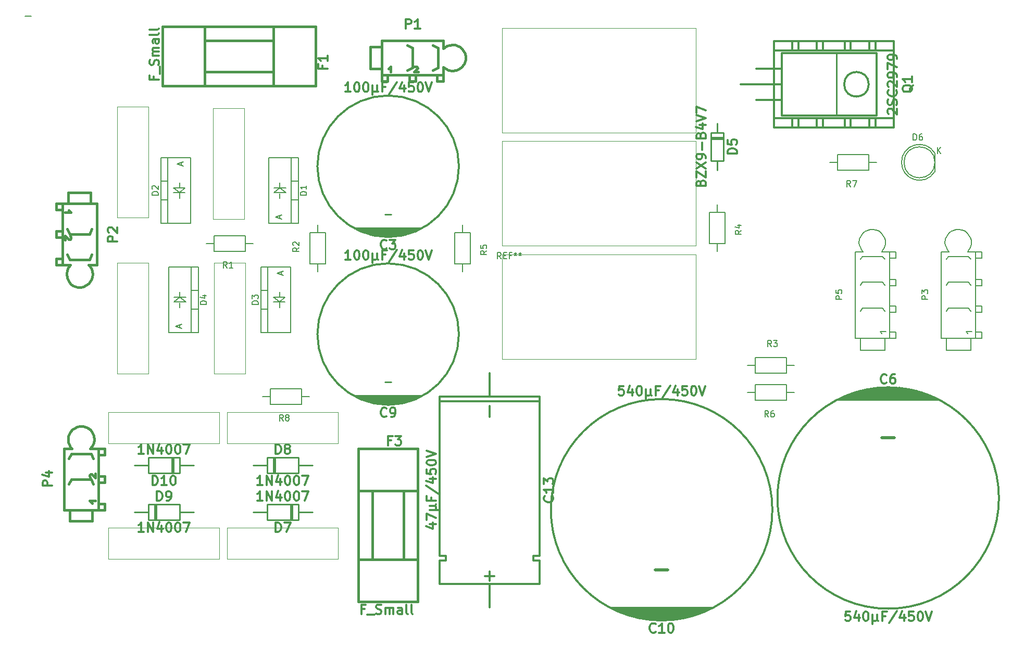
<source format=gbr>
G04 #@! TF.FileFunction,Legend,Top*
%FSLAX46Y46*%
G04 Gerber Fmt 4.6, Leading zero omitted, Abs format (unit mm)*
G04 Created by KiCad (PCBNEW 4.0.7) date 04/22/18 21:25:17*
%MOMM*%
%LPD*%
G01*
G04 APERTURE LIST*
%ADD10C,0.100000*%
%ADD11C,0.150000*%
%ADD12C,0.304800*%
%ADD13C,0.254000*%
%ADD14C,0.500000*%
%ADD15C,0.381000*%
G04 APERTURE END LIST*
D10*
D11*
X37830760Y-27000200D02*
X36830000Y-27000200D01*
D12*
X101285000Y-61535000D02*
X90485000Y-61535000D01*
X90885000Y-61735000D02*
X100885000Y-61735000D01*
X100385000Y-61935000D02*
X91385000Y-61935000D01*
X99385000Y-62335000D02*
X92385000Y-62335000D01*
X97885000Y-62735000D02*
X93885000Y-62735000D01*
X98785000Y-62535000D02*
X92985000Y-62535000D01*
X91785000Y-62135000D02*
X99985000Y-62135000D01*
X107385000Y-51435000D02*
G75*
G03X107385000Y-51435000I-11500000J0D01*
G01*
D13*
X96385000Y-59235000D02*
X95385000Y-59235000D01*
D10*
X114427000Y-28956000D02*
X145923000Y-28956000D01*
X145923000Y-28956000D02*
X145923000Y-45974000D01*
X145923000Y-45974000D02*
X114427000Y-45974000D01*
X114427000Y-45974000D02*
X114427000Y-28956000D01*
X145923000Y-64389000D02*
X114427000Y-64389000D01*
X114427000Y-64389000D02*
X114427000Y-47371000D01*
X114427000Y-47371000D02*
X145923000Y-47371000D01*
X145923000Y-47371000D02*
X145923000Y-64389000D01*
D12*
X174565000Y-87610000D02*
X179765000Y-87610000D01*
X173465000Y-87810000D02*
X180865000Y-87810000D01*
X172565000Y-88010000D02*
X181765000Y-88010000D01*
X171965000Y-88210000D02*
X182365000Y-88210000D01*
X171265000Y-88410000D02*
X183065000Y-88410000D01*
X170765000Y-88610000D02*
X183565000Y-88610000D01*
X170265000Y-88810000D02*
X184065000Y-88810000D01*
X169765000Y-89010000D02*
X184565000Y-89010000D01*
X169365000Y-89210000D02*
X184965000Y-89210000D01*
X168965000Y-89410000D02*
X185365000Y-89410000D01*
X195165000Y-105410000D02*
G75*
G03X195165000Y-105410000I-18000000J0D01*
G01*
D14*
X176165000Y-95610000D02*
X178165000Y-95610000D01*
D12*
X101285000Y-88840000D02*
X90485000Y-88840000D01*
X90885000Y-89040000D02*
X100885000Y-89040000D01*
X100385000Y-89240000D02*
X91385000Y-89240000D01*
X99385000Y-89640000D02*
X92385000Y-89640000D01*
X97885000Y-90040000D02*
X93885000Y-90040000D01*
X98785000Y-89840000D02*
X92985000Y-89840000D01*
X91785000Y-89440000D02*
X99985000Y-89440000D01*
X107385000Y-78740000D02*
G75*
G03X107385000Y-78740000I-11500000J0D01*
G01*
D13*
X96385000Y-86540000D02*
X95385000Y-86540000D01*
D12*
X142935000Y-125115000D02*
X137735000Y-125115000D01*
X144035000Y-124915000D02*
X136635000Y-124915000D01*
X144935000Y-124715000D02*
X135735000Y-124715000D01*
X145535000Y-124515000D02*
X135135000Y-124515000D01*
X146235000Y-124315000D02*
X134435000Y-124315000D01*
X146735000Y-124115000D02*
X133935000Y-124115000D01*
X147235000Y-123915000D02*
X133435000Y-123915000D01*
X147735000Y-123715000D02*
X132935000Y-123715000D01*
X148135000Y-123515000D02*
X132535000Y-123515000D01*
X148535000Y-123315000D02*
X132135000Y-123315000D01*
X158335000Y-107315000D02*
G75*
G03X158335000Y-107315000I-18000000J0D01*
G01*
D14*
X141335000Y-117115000D02*
X139335000Y-117115000D01*
D12*
X104267000Y-119380000D02*
X120523000Y-119380000D01*
X120523000Y-89662000D02*
X104267000Y-89662000D01*
X104267000Y-88900000D02*
X120523000Y-88900000D01*
X104267000Y-119380000D02*
X104267000Y-115570000D01*
X104267000Y-115570000D02*
X105283000Y-115570000D01*
X105283000Y-115570000D02*
X105283000Y-114808000D01*
X105283000Y-114808000D02*
X104267000Y-114808000D01*
X104267000Y-114808000D02*
X104267000Y-88900000D01*
X120523000Y-88900000D02*
X120523000Y-114808000D01*
X120523000Y-114808000D02*
X119507000Y-114808000D01*
X119507000Y-114808000D02*
X119507000Y-115570000D01*
X119507000Y-115570000D02*
X120523000Y-115570000D01*
X120523000Y-115570000D02*
X120523000Y-119380000D01*
X112395000Y-119634000D02*
X112395000Y-123190000D01*
X112395000Y-88646000D02*
X112395000Y-85090000D01*
X112395000Y-90424000D02*
X112395000Y-92202000D01*
X112395000Y-118872000D02*
X112395000Y-117348000D01*
X111633000Y-118110000D02*
X113157000Y-118110000D01*
D10*
X114427000Y-65786000D02*
X145923000Y-65786000D01*
X145923000Y-65786000D02*
X145923000Y-82804000D01*
X145923000Y-82804000D02*
X114427000Y-82804000D01*
X114427000Y-82804000D02*
X114427000Y-65786000D01*
D11*
X78232000Y-54991000D02*
X78232000Y-54102000D01*
X78232000Y-55880000D02*
X78232000Y-56642000D01*
X78232000Y-54991000D02*
X79248000Y-55753000D01*
X79248000Y-55753000D02*
X77343000Y-55753000D01*
X77343000Y-55753000D02*
X78232000Y-54991000D01*
X79248000Y-54991000D02*
X77343000Y-54991000D01*
X81280000Y-53848000D02*
X80137000Y-53848000D01*
X81280000Y-56896000D02*
X80137000Y-56896000D01*
X80137000Y-60706000D02*
X76454000Y-60706000D01*
X76454000Y-60706000D02*
X76454000Y-50038000D01*
X76454000Y-50038000D02*
X80137000Y-50038000D01*
X81280000Y-60706000D02*
X80137000Y-60706000D01*
X80137000Y-60706000D02*
X80137000Y-50038000D01*
X80137000Y-50038000D02*
X81280000Y-50038000D01*
X81280000Y-55372000D02*
X81280000Y-50038000D01*
X81280000Y-55372000D02*
X81280000Y-60706000D01*
X61976000Y-55753000D02*
X61976000Y-56642000D01*
X61976000Y-54864000D02*
X61976000Y-54102000D01*
X61976000Y-55753000D02*
X60960000Y-54991000D01*
X60960000Y-54991000D02*
X62865000Y-54991000D01*
X62865000Y-54991000D02*
X61976000Y-55753000D01*
X60960000Y-55753000D02*
X62865000Y-55753000D01*
X58928000Y-56896000D02*
X60071000Y-56896000D01*
X58928000Y-53848000D02*
X60071000Y-53848000D01*
X60071000Y-50038000D02*
X63754000Y-50038000D01*
X63754000Y-50038000D02*
X63754000Y-60706000D01*
X63754000Y-60706000D02*
X60071000Y-60706000D01*
X58928000Y-50038000D02*
X60071000Y-50038000D01*
X60071000Y-50038000D02*
X60071000Y-60706000D01*
X60071000Y-60706000D02*
X58928000Y-60706000D01*
X58928000Y-55372000D02*
X58928000Y-60706000D01*
X58928000Y-55372000D02*
X58928000Y-50038000D01*
X78232000Y-73533000D02*
X78232000Y-74422000D01*
X78232000Y-72644000D02*
X78232000Y-71882000D01*
X78232000Y-73533000D02*
X77216000Y-72771000D01*
X77216000Y-72771000D02*
X79121000Y-72771000D01*
X79121000Y-72771000D02*
X78232000Y-73533000D01*
X77216000Y-73533000D02*
X79121000Y-73533000D01*
X75184000Y-74676000D02*
X76327000Y-74676000D01*
X75184000Y-71628000D02*
X76327000Y-71628000D01*
X76327000Y-67818000D02*
X80010000Y-67818000D01*
X80010000Y-67818000D02*
X80010000Y-78486000D01*
X80010000Y-78486000D02*
X76327000Y-78486000D01*
X75184000Y-67818000D02*
X76327000Y-67818000D01*
X76327000Y-67818000D02*
X76327000Y-78486000D01*
X76327000Y-78486000D02*
X75184000Y-78486000D01*
X75184000Y-73152000D02*
X75184000Y-78486000D01*
X75184000Y-73152000D02*
X75184000Y-67818000D01*
X61976000Y-72771000D02*
X61976000Y-71882000D01*
X61976000Y-73660000D02*
X61976000Y-74422000D01*
X61976000Y-72771000D02*
X62992000Y-73533000D01*
X62992000Y-73533000D02*
X61087000Y-73533000D01*
X61087000Y-73533000D02*
X61976000Y-72771000D01*
X62992000Y-72771000D02*
X61087000Y-72771000D01*
X65024000Y-71628000D02*
X63881000Y-71628000D01*
X65024000Y-74676000D02*
X63881000Y-74676000D01*
X63881000Y-78486000D02*
X60198000Y-78486000D01*
X60198000Y-78486000D02*
X60198000Y-67818000D01*
X60198000Y-67818000D02*
X63881000Y-67818000D01*
X65024000Y-78486000D02*
X63881000Y-78486000D01*
X63881000Y-78486000D02*
X63881000Y-67818000D01*
X63881000Y-67818000D02*
X65024000Y-67818000D01*
X65024000Y-73152000D02*
X65024000Y-67818000D01*
X65024000Y-73152000D02*
X65024000Y-78486000D01*
D13*
X150368000Y-46736000D02*
X148336000Y-46736000D01*
X148336000Y-46990000D02*
X150368000Y-46990000D01*
X149352000Y-44450000D02*
X149352000Y-45974000D01*
X149352000Y-50546000D02*
X149352000Y-52070000D01*
X148336000Y-50546000D02*
X148336000Y-45974000D01*
X148336000Y-45974000D02*
X150368000Y-45974000D01*
X150368000Y-45974000D02*
X150368000Y-50546000D01*
X150368000Y-50546000D02*
X148336000Y-50546000D01*
D11*
X184729888Y-49275096D02*
G75*
G03X184745000Y-52300000I-2484888J-1524904D01*
G01*
X184745000Y-49300000D02*
X184745000Y-52300000D01*
X184762936Y-50800000D02*
G75*
G03X184762936Y-50800000I-2517936J0D01*
G01*
D13*
X80264000Y-108966000D02*
X80264000Y-106426000D01*
X80010000Y-106426000D02*
X80010000Y-108966000D01*
X76200000Y-106426000D02*
X76200000Y-108966000D01*
X81280000Y-106426000D02*
X81280000Y-108966000D01*
X76200000Y-106426000D02*
X81280000Y-106426000D01*
X81280000Y-108966000D02*
X76200000Y-108966000D01*
X83566000Y-107696000D02*
X81280000Y-107696000D01*
X76200000Y-107696000D02*
X73914000Y-107696000D01*
X77216000Y-98806000D02*
X77216000Y-101346000D01*
X77470000Y-101346000D02*
X77470000Y-98806000D01*
X81280000Y-101346000D02*
X81280000Y-98806000D01*
X76200000Y-101346000D02*
X76200000Y-98806000D01*
X81280000Y-101346000D02*
X76200000Y-101346000D01*
X76200000Y-98806000D02*
X81280000Y-98806000D01*
X73914000Y-100076000D02*
X76200000Y-100076000D01*
X81280000Y-100076000D02*
X83566000Y-100076000D01*
X57912000Y-106426000D02*
X57912000Y-108966000D01*
X58166000Y-108966000D02*
X58166000Y-106426000D01*
X61976000Y-108966000D02*
X61976000Y-106426000D01*
X56896000Y-108966000D02*
X56896000Y-106426000D01*
X61976000Y-108966000D02*
X56896000Y-108966000D01*
X56896000Y-106426000D02*
X61976000Y-106426000D01*
X54610000Y-107696000D02*
X56896000Y-107696000D01*
X61976000Y-107696000D02*
X64262000Y-107696000D01*
X60960000Y-101346000D02*
X60960000Y-98806000D01*
X60706000Y-98806000D02*
X60706000Y-101346000D01*
X56896000Y-98806000D02*
X56896000Y-101346000D01*
X61976000Y-98806000D02*
X61976000Y-101346000D01*
X56896000Y-98806000D02*
X61976000Y-98806000D01*
X61976000Y-101346000D02*
X56896000Y-101346000D01*
X64262000Y-100076000D02*
X61976000Y-100076000D01*
X56896000Y-100076000D02*
X54610000Y-100076000D01*
D15*
X77216000Y-30988000D02*
X66040000Y-30988000D01*
X66040000Y-36068000D02*
X77216000Y-36068000D01*
X66040000Y-38354000D02*
X66040000Y-28702000D01*
X77216000Y-28702000D02*
X77216000Y-38354000D01*
X84074000Y-28702000D02*
X84074000Y-38354000D01*
X84074000Y-38354000D02*
X59182000Y-38354000D01*
X59182000Y-38354000D02*
X59182000Y-28702000D01*
X59182000Y-28702000D02*
X84074000Y-28702000D01*
X93345000Y-104267000D02*
X93345000Y-115443000D01*
X98425000Y-115443000D02*
X98425000Y-104267000D01*
X100711000Y-115443000D02*
X91059000Y-115443000D01*
X91059000Y-104267000D02*
X100711000Y-104267000D01*
X91059000Y-97409000D02*
X100711000Y-97409000D01*
X100711000Y-97409000D02*
X100711000Y-122301000D01*
X100711000Y-122301000D02*
X91059000Y-122301000D01*
X91059000Y-122301000D02*
X91059000Y-97409000D01*
X100192840Y-35252660D02*
X100281740Y-35201860D01*
X100281740Y-35201860D02*
X100482400Y-35201860D01*
X100482400Y-35201860D02*
X100642420Y-35311080D01*
X100642420Y-35311080D02*
X100700840Y-35511740D01*
X100700840Y-35511740D02*
X100091240Y-36090860D01*
X100091240Y-36090860D02*
X100761800Y-36090860D01*
X95912940Y-35572700D02*
X96311720Y-35201860D01*
X96311720Y-35201860D02*
X96301560Y-36090860D01*
X99822000Y-32181800D02*
X99021900Y-31783020D01*
X103962200Y-32181800D02*
X103162100Y-31783020D01*
X103962200Y-35382200D02*
X103162100Y-35780980D01*
X99822000Y-35382200D02*
X99021900Y-35780980D01*
X103962200Y-32181800D02*
X103962200Y-35382200D01*
X99822000Y-32181800D02*
X99822000Y-35382200D01*
X100322380Y-36581080D02*
X100322380Y-37581840D01*
X100322380Y-37581840D02*
X99321620Y-37581840D01*
X99321620Y-37581840D02*
X99321620Y-36581080D01*
X104823260Y-36581080D02*
X104823260Y-37581840D01*
X104823260Y-37581840D02*
X103822500Y-37581840D01*
X103822500Y-37581840D02*
X103822500Y-36581080D01*
X94820740Y-36581080D02*
X94820740Y-37581840D01*
X94820740Y-37581840D02*
X95821500Y-37581840D01*
X95821500Y-37581840D02*
X95821500Y-36581080D01*
X94820740Y-31981140D02*
X93022420Y-31981140D01*
X93022420Y-31981140D02*
X93022420Y-35582860D01*
X93022420Y-35582860D02*
X94820740Y-35582860D01*
X104823260Y-32280860D02*
X105092500Y-32062420D01*
X105092500Y-32062420D02*
X105470960Y-31851600D01*
X105470960Y-31851600D02*
X105862120Y-31722060D01*
X105862120Y-31722060D02*
X106342180Y-31661100D01*
X106342180Y-31661100D02*
X106812080Y-31711900D01*
X106812080Y-31711900D02*
X107152440Y-31831280D01*
X107152440Y-31831280D02*
X107530900Y-32031940D01*
X107530900Y-32031940D02*
X107901740Y-32351980D01*
X107901740Y-32351980D02*
X108153200Y-32702500D01*
X108153200Y-32702500D02*
X108361480Y-33152080D01*
X108361480Y-33152080D02*
X108452920Y-33591500D01*
X108452920Y-33591500D02*
X108452920Y-34132520D01*
X108452920Y-34132520D02*
X108201460Y-34841180D01*
X108201460Y-34841180D02*
X107833160Y-35311080D01*
X107833160Y-35311080D02*
X107472480Y-35562540D01*
X107472480Y-35562540D02*
X106941620Y-35821620D01*
X106941620Y-35821620D02*
X106291380Y-35882580D01*
X106291380Y-35882580D02*
X105702100Y-35801300D01*
X105702100Y-35801300D02*
X105252520Y-35582860D01*
X105252520Y-35582860D02*
X104823260Y-35283140D01*
X94820740Y-30982920D02*
X94820740Y-36581080D01*
X94820740Y-36581080D02*
X104823260Y-36581080D01*
X104823260Y-36581080D02*
X104823260Y-35283140D01*
X94820740Y-30982920D02*
X104830880Y-30982920D01*
X104830880Y-30982920D02*
X104823260Y-32291020D01*
X44249340Y-62854840D02*
X44300140Y-62943740D01*
X44300140Y-62943740D02*
X44300140Y-63144400D01*
X44300140Y-63144400D02*
X44190920Y-63304420D01*
X44190920Y-63304420D02*
X43990260Y-63362840D01*
X43990260Y-63362840D02*
X43411140Y-62753240D01*
X43411140Y-62753240D02*
X43411140Y-63423800D01*
X43929300Y-58574940D02*
X44300140Y-58973720D01*
X44300140Y-58973720D02*
X43411140Y-58963560D01*
X47320200Y-62484000D02*
X47718980Y-61683900D01*
X47320200Y-66624200D02*
X47718980Y-65824100D01*
X44119800Y-66624200D02*
X43721020Y-65824100D01*
X44119800Y-62484000D02*
X43721020Y-61683900D01*
X47320200Y-66624200D02*
X44119800Y-66624200D01*
X47320200Y-62484000D02*
X44119800Y-62484000D01*
X42920920Y-62984380D02*
X41920160Y-62984380D01*
X41920160Y-62984380D02*
X41920160Y-61983620D01*
X41920160Y-61983620D02*
X42920920Y-61983620D01*
X42920920Y-67485260D02*
X41920160Y-67485260D01*
X41920160Y-67485260D02*
X41920160Y-66484500D01*
X41920160Y-66484500D02*
X42920920Y-66484500D01*
X42920920Y-57482740D02*
X41920160Y-57482740D01*
X41920160Y-57482740D02*
X41920160Y-58483500D01*
X41920160Y-58483500D02*
X42920920Y-58483500D01*
X47520860Y-57482740D02*
X47520860Y-55684420D01*
X47520860Y-55684420D02*
X43919140Y-55684420D01*
X43919140Y-55684420D02*
X43919140Y-57482740D01*
X47221140Y-67485260D02*
X47439580Y-67754500D01*
X47439580Y-67754500D02*
X47650400Y-68132960D01*
X47650400Y-68132960D02*
X47779940Y-68524120D01*
X47779940Y-68524120D02*
X47840900Y-69004180D01*
X47840900Y-69004180D02*
X47790100Y-69474080D01*
X47790100Y-69474080D02*
X47670720Y-69814440D01*
X47670720Y-69814440D02*
X47470060Y-70192900D01*
X47470060Y-70192900D02*
X47150020Y-70563740D01*
X47150020Y-70563740D02*
X46799500Y-70815200D01*
X46799500Y-70815200D02*
X46349920Y-71023480D01*
X46349920Y-71023480D02*
X45910500Y-71114920D01*
X45910500Y-71114920D02*
X45369480Y-71114920D01*
X45369480Y-71114920D02*
X44660820Y-70863460D01*
X44660820Y-70863460D02*
X44190920Y-70495160D01*
X44190920Y-70495160D02*
X43939460Y-70134480D01*
X43939460Y-70134480D02*
X43680380Y-69603620D01*
X43680380Y-69603620D02*
X43619420Y-68953380D01*
X43619420Y-68953380D02*
X43700700Y-68364100D01*
X43700700Y-68364100D02*
X43919140Y-67914520D01*
X43919140Y-67914520D02*
X44218860Y-67485260D01*
X48519080Y-57482740D02*
X42920920Y-57482740D01*
X42920920Y-57482740D02*
X42920920Y-67485260D01*
X42920920Y-67485260D02*
X44218860Y-67485260D01*
X48519080Y-57482740D02*
X48519080Y-67492880D01*
X48519080Y-67492880D02*
X47210980Y-67485260D01*
X47444660Y-101991160D02*
X47393860Y-101902260D01*
X47393860Y-101902260D02*
X47393860Y-101701600D01*
X47393860Y-101701600D02*
X47503080Y-101541580D01*
X47503080Y-101541580D02*
X47703740Y-101483160D01*
X47703740Y-101483160D02*
X48282860Y-102092760D01*
X48282860Y-102092760D02*
X48282860Y-101422200D01*
X47764700Y-106271060D02*
X47393860Y-105872280D01*
X47393860Y-105872280D02*
X48282860Y-105882440D01*
X44373800Y-102362000D02*
X43975020Y-103162100D01*
X44373800Y-98221800D02*
X43975020Y-99021900D01*
X47574200Y-98221800D02*
X47972980Y-99021900D01*
X47574200Y-102362000D02*
X47972980Y-103162100D01*
X44373800Y-98221800D02*
X47574200Y-98221800D01*
X44373800Y-102362000D02*
X47574200Y-102362000D01*
X48773080Y-101861620D02*
X49773840Y-101861620D01*
X49773840Y-101861620D02*
X49773840Y-102862380D01*
X49773840Y-102862380D02*
X48773080Y-102862380D01*
X48773080Y-97360740D02*
X49773840Y-97360740D01*
X49773840Y-97360740D02*
X49773840Y-98361500D01*
X49773840Y-98361500D02*
X48773080Y-98361500D01*
X48773080Y-107363260D02*
X49773840Y-107363260D01*
X49773840Y-107363260D02*
X49773840Y-106362500D01*
X49773840Y-106362500D02*
X48773080Y-106362500D01*
X44173140Y-107363260D02*
X44173140Y-109161580D01*
X44173140Y-109161580D02*
X47774860Y-109161580D01*
X47774860Y-109161580D02*
X47774860Y-107363260D01*
X44472860Y-97360740D02*
X44254420Y-97091500D01*
X44254420Y-97091500D02*
X44043600Y-96713040D01*
X44043600Y-96713040D02*
X43914060Y-96321880D01*
X43914060Y-96321880D02*
X43853100Y-95841820D01*
X43853100Y-95841820D02*
X43903900Y-95371920D01*
X43903900Y-95371920D02*
X44023280Y-95031560D01*
X44023280Y-95031560D02*
X44223940Y-94653100D01*
X44223940Y-94653100D02*
X44543980Y-94282260D01*
X44543980Y-94282260D02*
X44894500Y-94030800D01*
X44894500Y-94030800D02*
X45344080Y-93822520D01*
X45344080Y-93822520D02*
X45783500Y-93731080D01*
X45783500Y-93731080D02*
X46324520Y-93731080D01*
X46324520Y-93731080D02*
X47033180Y-93982540D01*
X47033180Y-93982540D02*
X47503080Y-94350840D01*
X47503080Y-94350840D02*
X47754540Y-94711520D01*
X47754540Y-94711520D02*
X48013620Y-95242380D01*
X48013620Y-95242380D02*
X48074580Y-95892620D01*
X48074580Y-95892620D02*
X47993300Y-96481900D01*
X47993300Y-96481900D02*
X47774860Y-96931480D01*
X47774860Y-96931480D02*
X47475140Y-97360740D01*
X43174920Y-107363260D02*
X48773080Y-107363260D01*
X48773080Y-107363260D02*
X48773080Y-97360740D01*
X48773080Y-97360740D02*
X47475140Y-97360740D01*
X43174920Y-107363260D02*
X43174920Y-97353120D01*
X43174920Y-97353120D02*
X44483020Y-97360740D01*
D11*
X72644000Y-65278000D02*
X67564000Y-65278000D01*
X67564000Y-65278000D02*
X67564000Y-62738000D01*
X67564000Y-62738000D02*
X72644000Y-62738000D01*
X72644000Y-62738000D02*
X72644000Y-65278000D01*
X72644000Y-64008000D02*
X73914000Y-64008000D01*
X67564000Y-64008000D02*
X66294000Y-64008000D01*
X83185000Y-67310000D02*
X83185000Y-62230000D01*
X83185000Y-62230000D02*
X85725000Y-62230000D01*
X85725000Y-62230000D02*
X85725000Y-67310000D01*
X85725000Y-67310000D02*
X83185000Y-67310000D01*
X84455000Y-67310000D02*
X84455000Y-68580000D01*
X84455000Y-62230000D02*
X84455000Y-60960000D01*
X155575000Y-82550000D02*
X160655000Y-82550000D01*
X160655000Y-82550000D02*
X160655000Y-85090000D01*
X160655000Y-85090000D02*
X155575000Y-85090000D01*
X155575000Y-85090000D02*
X155575000Y-82550000D01*
X155575000Y-83820000D02*
X154305000Y-83820000D01*
X160655000Y-83820000D02*
X161925000Y-83820000D01*
X150622000Y-58928000D02*
X150622000Y-64008000D01*
X150622000Y-64008000D02*
X148082000Y-64008000D01*
X148082000Y-64008000D02*
X148082000Y-58928000D01*
X148082000Y-58928000D02*
X150622000Y-58928000D01*
X149352000Y-58928000D02*
X149352000Y-57658000D01*
X149352000Y-64008000D02*
X149352000Y-65278000D01*
X109220000Y-62230000D02*
X109220000Y-67310000D01*
X109220000Y-67310000D02*
X106680000Y-67310000D01*
X106680000Y-67310000D02*
X106680000Y-62230000D01*
X106680000Y-62230000D02*
X109220000Y-62230000D01*
X107950000Y-62230000D02*
X107950000Y-60960000D01*
X107950000Y-67310000D02*
X107950000Y-68580000D01*
X160655000Y-89535000D02*
X155575000Y-89535000D01*
X155575000Y-89535000D02*
X155575000Y-86995000D01*
X155575000Y-86995000D02*
X160655000Y-86995000D01*
X160655000Y-86995000D02*
X160655000Y-89535000D01*
X160655000Y-88265000D02*
X161925000Y-88265000D01*
X155575000Y-88265000D02*
X154305000Y-88265000D01*
X173990000Y-52070000D02*
X168910000Y-52070000D01*
X168910000Y-52070000D02*
X168910000Y-49530000D01*
X168910000Y-49530000D02*
X173990000Y-49530000D01*
X173990000Y-49530000D02*
X173990000Y-52070000D01*
X173990000Y-50800000D02*
X175260000Y-50800000D01*
X168910000Y-50800000D02*
X167640000Y-50800000D01*
X81788000Y-90170000D02*
X76708000Y-90170000D01*
X76708000Y-90170000D02*
X76708000Y-87630000D01*
X76708000Y-87630000D02*
X81788000Y-87630000D01*
X81788000Y-87630000D02*
X81788000Y-90170000D01*
X81788000Y-88900000D02*
X83058000Y-88900000D01*
X76708000Y-88900000D02*
X75438000Y-88900000D01*
D10*
X72517000Y-42037000D02*
X72517000Y-60071000D01*
X72517000Y-60071000D02*
X67437000Y-60071000D01*
X67437000Y-60071000D02*
X67437000Y-42037000D01*
X67437000Y-42037000D02*
X72517000Y-42037000D01*
X56896000Y-41783000D02*
X56896000Y-59817000D01*
X56896000Y-59817000D02*
X51816000Y-59817000D01*
X51816000Y-59817000D02*
X51816000Y-41783000D01*
X51816000Y-41783000D02*
X56896000Y-41783000D01*
X72644000Y-67183000D02*
X72644000Y-85217000D01*
X72644000Y-85217000D02*
X67564000Y-85217000D01*
X67564000Y-85217000D02*
X67564000Y-67183000D01*
X67564000Y-67183000D02*
X72644000Y-67183000D01*
X56896000Y-67183000D02*
X56896000Y-85217000D01*
X56896000Y-85217000D02*
X51816000Y-85217000D01*
X51816000Y-85217000D02*
X51816000Y-67183000D01*
X51816000Y-67183000D02*
X56896000Y-67183000D01*
X87757000Y-115316000D02*
X69723000Y-115316000D01*
X69723000Y-115316000D02*
X69723000Y-110236000D01*
X69723000Y-110236000D02*
X87757000Y-110236000D01*
X87757000Y-110236000D02*
X87757000Y-115316000D01*
X87757000Y-96520000D02*
X69723000Y-96520000D01*
X69723000Y-96520000D02*
X69723000Y-91440000D01*
X69723000Y-91440000D02*
X87757000Y-91440000D01*
X87757000Y-91440000D02*
X87757000Y-96520000D01*
X68453000Y-115316000D02*
X50419000Y-115316000D01*
X50419000Y-115316000D02*
X50419000Y-110236000D01*
X50419000Y-110236000D02*
X68453000Y-110236000D01*
X68453000Y-110236000D02*
X68453000Y-115316000D01*
X68453000Y-96520000D02*
X50419000Y-96520000D01*
X50419000Y-96520000D02*
X50419000Y-91440000D01*
X50419000Y-91440000D02*
X68453000Y-91440000D01*
X68453000Y-91440000D02*
X68453000Y-96520000D01*
D12*
X174009232Y-38100000D02*
G75*
G03X174009232Y-38100000I-2000432J0D01*
G01*
X161584640Y-43599100D02*
X161584640Y-45100240D01*
X162582860Y-43599100D02*
X162582860Y-45100240D01*
X165585140Y-43599100D02*
X165585140Y-45100240D01*
X166583360Y-43599100D02*
X166583360Y-45100240D01*
X170083480Y-43599100D02*
X170083480Y-45100240D01*
X171084240Y-43599100D02*
X171084240Y-45100240D01*
X174083980Y-43599100D02*
X174083980Y-45100240D01*
X175084740Y-43599100D02*
X175084740Y-45100240D01*
X175084740Y-31099760D02*
X175084740Y-32600900D01*
X174083980Y-31099760D02*
X174083980Y-32600900D01*
X171084240Y-31099760D02*
X171084240Y-32600900D01*
X170083480Y-31099760D02*
X170083480Y-32600900D01*
X166583360Y-31099760D02*
X166583360Y-32600900D01*
X165585140Y-31099760D02*
X165585140Y-32600900D01*
X162582860Y-31099760D02*
X162582860Y-32600900D01*
X161584640Y-31099760D02*
X161584640Y-32600900D01*
X178084480Y-43599100D02*
X158584900Y-43599100D01*
X158584900Y-32600900D02*
X178084480Y-32600900D01*
X158584900Y-31099760D02*
X158584900Y-45100240D01*
X158584900Y-45100240D02*
X178084480Y-45100240D01*
X178084480Y-45100240D02*
X178084480Y-31099760D01*
X178084480Y-31099760D02*
X158584900Y-31099760D01*
X159893000Y-38100000D02*
X153162000Y-38100000D01*
X155702000Y-40640000D02*
X159893000Y-40640000D01*
X155702000Y-35560000D02*
X159893000Y-35560000D01*
X159893000Y-33020000D02*
X159893000Y-43180000D01*
X175260000Y-43180000D02*
X175260000Y-33020000D01*
X159893000Y-43180000D02*
X175260000Y-43180000D01*
X175260000Y-33020000D02*
X159893000Y-33020000D01*
D13*
X168783000Y-43180000D02*
X168783000Y-33020000D01*
D11*
X190096140Y-78661260D02*
X189814200Y-78341220D01*
X189814200Y-78341220D02*
X190774320Y-78331060D01*
X192394840Y-66393060D02*
X191396620Y-66393060D01*
X192394840Y-65392300D02*
X192394840Y-66393060D01*
X191396620Y-65392300D02*
X192394840Y-65392300D01*
X191396620Y-66393060D02*
X191396620Y-65392300D01*
X191396620Y-70891400D02*
X191396620Y-69890640D01*
X191396620Y-69890640D02*
X192394840Y-69890640D01*
X192394840Y-69890640D02*
X192394840Y-70891400D01*
X192394840Y-70891400D02*
X191396620Y-70891400D01*
X192394840Y-75191620D02*
X191396620Y-75191620D01*
X192394840Y-74190860D02*
X192394840Y-75191620D01*
X191396620Y-74190860D02*
X192394840Y-74190860D01*
X191396620Y-75191620D02*
X191396620Y-74190860D01*
X191396620Y-79390240D02*
X191396620Y-78389480D01*
X191396620Y-78389480D02*
X192394840Y-78389480D01*
X192394840Y-78389480D02*
X192394840Y-79390240D01*
X192394840Y-79390240D02*
X191396620Y-79390240D01*
X186994800Y-66090800D02*
X186596020Y-66591180D01*
X186994800Y-66090800D02*
X190195200Y-66090800D01*
X190195200Y-66090800D02*
X190593980Y-66591180D01*
X190195200Y-70289420D02*
X190593980Y-70789800D01*
X186994800Y-70289420D02*
X186596020Y-70789800D01*
X190195200Y-74490580D02*
X190593980Y-74990960D01*
X186994800Y-74490580D02*
X186596020Y-74990960D01*
X186994800Y-70289420D02*
X190195200Y-70289420D01*
X186994800Y-74490580D02*
X190195200Y-74490580D01*
X186596020Y-79390240D02*
X186596020Y-81389220D01*
X186596020Y-81389220D02*
X190593980Y-81389220D01*
X190593980Y-81389220D02*
X190593980Y-79390240D01*
X187093860Y-65389760D02*
X186794140Y-64990980D01*
X186794140Y-64990980D02*
X186596020Y-64589660D01*
X186596020Y-64589660D02*
X186494420Y-64289940D01*
X186494420Y-64289940D02*
X186395360Y-63891160D01*
X186395360Y-63891160D02*
X186494420Y-63289180D01*
X186494420Y-63289180D02*
X186695080Y-62788800D01*
X186695080Y-62788800D02*
X186994800Y-62390020D01*
X186994800Y-62390020D02*
X187294520Y-62090300D01*
X187294520Y-62090300D02*
X187695840Y-61889640D01*
X187695840Y-61889640D02*
X188196220Y-61688980D01*
X188196220Y-61688980D02*
X188694060Y-61688980D01*
X188694060Y-61688980D02*
X189194440Y-61790580D01*
X189194440Y-61790580D02*
X189694820Y-61991240D01*
X189694820Y-61991240D02*
X190096140Y-62390020D01*
X190096140Y-62390020D02*
X190395860Y-62788800D01*
X190395860Y-62788800D02*
X190593980Y-63190120D01*
X190593980Y-63190120D02*
X190695580Y-63588900D01*
X190695580Y-63588900D02*
X190695580Y-64089280D01*
X190695580Y-64089280D02*
X190494920Y-64691260D01*
X190494920Y-64691260D02*
X190294260Y-64990980D01*
X190294260Y-64990980D02*
X190096140Y-65389760D01*
X191394080Y-65389760D02*
X190096140Y-65389760D01*
X185795920Y-65389760D02*
X187093860Y-65389760D01*
X185795920Y-79390240D02*
X191394080Y-79390240D01*
X191394080Y-79390240D02*
X191394080Y-65389760D01*
X185795920Y-79390240D02*
X185795920Y-65389760D01*
X176126140Y-78661260D02*
X175844200Y-78341220D01*
X175844200Y-78341220D02*
X176804320Y-78331060D01*
X178424840Y-66393060D02*
X177426620Y-66393060D01*
X178424840Y-65392300D02*
X178424840Y-66393060D01*
X177426620Y-65392300D02*
X178424840Y-65392300D01*
X177426620Y-66393060D02*
X177426620Y-65392300D01*
X177426620Y-70891400D02*
X177426620Y-69890640D01*
X177426620Y-69890640D02*
X178424840Y-69890640D01*
X178424840Y-69890640D02*
X178424840Y-70891400D01*
X178424840Y-70891400D02*
X177426620Y-70891400D01*
X178424840Y-75191620D02*
X177426620Y-75191620D01*
X178424840Y-74190860D02*
X178424840Y-75191620D01*
X177426620Y-74190860D02*
X178424840Y-74190860D01*
X177426620Y-75191620D02*
X177426620Y-74190860D01*
X177426620Y-79390240D02*
X177426620Y-78389480D01*
X177426620Y-78389480D02*
X178424840Y-78389480D01*
X178424840Y-78389480D02*
X178424840Y-79390240D01*
X178424840Y-79390240D02*
X177426620Y-79390240D01*
X173024800Y-66090800D02*
X172626020Y-66591180D01*
X173024800Y-66090800D02*
X176225200Y-66090800D01*
X176225200Y-66090800D02*
X176623980Y-66591180D01*
X176225200Y-70289420D02*
X176623980Y-70789800D01*
X173024800Y-70289420D02*
X172626020Y-70789800D01*
X176225200Y-74490580D02*
X176623980Y-74990960D01*
X173024800Y-74490580D02*
X172626020Y-74990960D01*
X173024800Y-70289420D02*
X176225200Y-70289420D01*
X173024800Y-74490580D02*
X176225200Y-74490580D01*
X172626020Y-79390240D02*
X172626020Y-81389220D01*
X172626020Y-81389220D02*
X176623980Y-81389220D01*
X176623980Y-81389220D02*
X176623980Y-79390240D01*
X173123860Y-65389760D02*
X172824140Y-64990980D01*
X172824140Y-64990980D02*
X172626020Y-64589660D01*
X172626020Y-64589660D02*
X172524420Y-64289940D01*
X172524420Y-64289940D02*
X172425360Y-63891160D01*
X172425360Y-63891160D02*
X172524420Y-63289180D01*
X172524420Y-63289180D02*
X172725080Y-62788800D01*
X172725080Y-62788800D02*
X173024800Y-62390020D01*
X173024800Y-62390020D02*
X173324520Y-62090300D01*
X173324520Y-62090300D02*
X173725840Y-61889640D01*
X173725840Y-61889640D02*
X174226220Y-61688980D01*
X174226220Y-61688980D02*
X174724060Y-61688980D01*
X174724060Y-61688980D02*
X175224440Y-61790580D01*
X175224440Y-61790580D02*
X175724820Y-61991240D01*
X175724820Y-61991240D02*
X176126140Y-62390020D01*
X176126140Y-62390020D02*
X176425860Y-62788800D01*
X176425860Y-62788800D02*
X176623980Y-63190120D01*
X176623980Y-63190120D02*
X176725580Y-63588900D01*
X176725580Y-63588900D02*
X176725580Y-64089280D01*
X176725580Y-64089280D02*
X176524920Y-64691260D01*
X176524920Y-64691260D02*
X176324260Y-64990980D01*
X176324260Y-64990980D02*
X176126140Y-65389760D01*
X177424080Y-65389760D02*
X176126140Y-65389760D01*
X171825920Y-65389760D02*
X173123860Y-65389760D01*
X171825920Y-79390240D02*
X177424080Y-79390240D01*
X177424080Y-79390240D02*
X177424080Y-65389760D01*
X171825920Y-79390240D02*
X171825920Y-65389760D01*
X114236667Y-66492381D02*
X113903333Y-66016190D01*
X113665238Y-66492381D02*
X113665238Y-65492381D01*
X114046191Y-65492381D01*
X114141429Y-65540000D01*
X114189048Y-65587619D01*
X114236667Y-65682857D01*
X114236667Y-65825714D01*
X114189048Y-65920952D01*
X114141429Y-65968571D01*
X114046191Y-66016190D01*
X113665238Y-66016190D01*
X114665238Y-65968571D02*
X114998572Y-65968571D01*
X115141429Y-66492381D02*
X114665238Y-66492381D01*
X114665238Y-65492381D01*
X115141429Y-65492381D01*
X115903334Y-65968571D02*
X115570000Y-65968571D01*
X115570000Y-66492381D02*
X115570000Y-65492381D01*
X116046191Y-65492381D01*
X116570000Y-65492381D02*
X116570000Y-65730476D01*
X116331905Y-65635238D02*
X116570000Y-65730476D01*
X116808096Y-65635238D01*
X116427143Y-65920952D02*
X116570000Y-65730476D01*
X116712858Y-65920952D01*
X117331905Y-65492381D02*
X117331905Y-65730476D01*
X117093810Y-65635238D02*
X117331905Y-65730476D01*
X117570001Y-65635238D01*
X117189048Y-65920952D02*
X117331905Y-65730476D01*
X117474763Y-65920952D01*
D12*
X95631000Y-64779286D02*
X95558429Y-64851857D01*
X95340715Y-64924429D01*
X95195572Y-64924429D01*
X94977857Y-64851857D01*
X94832715Y-64706714D01*
X94760143Y-64561571D01*
X94687572Y-64271286D01*
X94687572Y-64053571D01*
X94760143Y-63763286D01*
X94832715Y-63618143D01*
X94977857Y-63473000D01*
X95195572Y-63400429D01*
X95340715Y-63400429D01*
X95558429Y-63473000D01*
X95631000Y-63545571D01*
X96139000Y-63400429D02*
X97082429Y-63400429D01*
X96574429Y-63981000D01*
X96792143Y-63981000D01*
X96937286Y-64053571D01*
X97009857Y-64126143D01*
X97082429Y-64271286D01*
X97082429Y-64634143D01*
X97009857Y-64779286D01*
X96937286Y-64851857D01*
X96792143Y-64924429D01*
X96356715Y-64924429D01*
X96211572Y-64851857D01*
X96139000Y-64779286D01*
X89788999Y-39324429D02*
X88918142Y-39324429D01*
X89353570Y-39324429D02*
X89353570Y-37800429D01*
X89208427Y-38018143D01*
X89063285Y-38163286D01*
X88918142Y-38235857D01*
X90732428Y-37800429D02*
X90877571Y-37800429D01*
X91022714Y-37873000D01*
X91095285Y-37945571D01*
X91167856Y-38090714D01*
X91240428Y-38381000D01*
X91240428Y-38743857D01*
X91167856Y-39034143D01*
X91095285Y-39179286D01*
X91022714Y-39251857D01*
X90877571Y-39324429D01*
X90732428Y-39324429D01*
X90587285Y-39251857D01*
X90514714Y-39179286D01*
X90442142Y-39034143D01*
X90369571Y-38743857D01*
X90369571Y-38381000D01*
X90442142Y-38090714D01*
X90514714Y-37945571D01*
X90587285Y-37873000D01*
X90732428Y-37800429D01*
X92183857Y-37800429D02*
X92329000Y-37800429D01*
X92474143Y-37873000D01*
X92546714Y-37945571D01*
X92619285Y-38090714D01*
X92691857Y-38381000D01*
X92691857Y-38743857D01*
X92619285Y-39034143D01*
X92546714Y-39179286D01*
X92474143Y-39251857D01*
X92329000Y-39324429D01*
X92183857Y-39324429D01*
X92038714Y-39251857D01*
X91966143Y-39179286D01*
X91893571Y-39034143D01*
X91821000Y-38743857D01*
X91821000Y-38381000D01*
X91893571Y-38090714D01*
X91966143Y-37945571D01*
X92038714Y-37873000D01*
X92183857Y-37800429D01*
X93345000Y-38308429D02*
X93345000Y-39832429D01*
X94070714Y-39106714D02*
X94143286Y-39251857D01*
X94288429Y-39324429D01*
X93345000Y-39106714D02*
X93417572Y-39251857D01*
X93562714Y-39324429D01*
X93853000Y-39324429D01*
X93998143Y-39251857D01*
X94070714Y-39106714D01*
X94070714Y-38308429D01*
X95449571Y-38526143D02*
X94941571Y-38526143D01*
X94941571Y-39324429D02*
X94941571Y-37800429D01*
X95667285Y-37800429D01*
X97336429Y-37727857D02*
X96030143Y-39687286D01*
X98497571Y-38308429D02*
X98497571Y-39324429D01*
X98134714Y-37727857D02*
X97771857Y-38816429D01*
X98715285Y-38816429D01*
X100021571Y-37800429D02*
X99295857Y-37800429D01*
X99223286Y-38526143D01*
X99295857Y-38453571D01*
X99441000Y-38381000D01*
X99803857Y-38381000D01*
X99949000Y-38453571D01*
X100021571Y-38526143D01*
X100094143Y-38671286D01*
X100094143Y-39034143D01*
X100021571Y-39179286D01*
X99949000Y-39251857D01*
X99803857Y-39324429D01*
X99441000Y-39324429D01*
X99295857Y-39251857D01*
X99223286Y-39179286D01*
X101037572Y-37800429D02*
X101182715Y-37800429D01*
X101327858Y-37873000D01*
X101400429Y-37945571D01*
X101473000Y-38090714D01*
X101545572Y-38381000D01*
X101545572Y-38743857D01*
X101473000Y-39034143D01*
X101400429Y-39179286D01*
X101327858Y-39251857D01*
X101182715Y-39324429D01*
X101037572Y-39324429D01*
X100892429Y-39251857D01*
X100819858Y-39179286D01*
X100747286Y-39034143D01*
X100674715Y-38743857D01*
X100674715Y-38381000D01*
X100747286Y-38090714D01*
X100819858Y-37945571D01*
X100892429Y-37873000D01*
X101037572Y-37800429D01*
X101981001Y-37800429D02*
X102489001Y-39324429D01*
X102997001Y-37800429D01*
X176911000Y-86654286D02*
X176838429Y-86726857D01*
X176620715Y-86799429D01*
X176475572Y-86799429D01*
X176257857Y-86726857D01*
X176112715Y-86581714D01*
X176040143Y-86436571D01*
X175967572Y-86146286D01*
X175967572Y-85928571D01*
X176040143Y-85638286D01*
X176112715Y-85493143D01*
X176257857Y-85348000D01*
X176475572Y-85275429D01*
X176620715Y-85275429D01*
X176838429Y-85348000D01*
X176911000Y-85420571D01*
X178217286Y-85275429D02*
X177927000Y-85275429D01*
X177781857Y-85348000D01*
X177709286Y-85420571D01*
X177564143Y-85638286D01*
X177491572Y-85928571D01*
X177491572Y-86509143D01*
X177564143Y-86654286D01*
X177636715Y-86726857D01*
X177781857Y-86799429D01*
X178072143Y-86799429D01*
X178217286Y-86726857D01*
X178289857Y-86654286D01*
X178362429Y-86509143D01*
X178362429Y-86146286D01*
X178289857Y-86001143D01*
X178217286Y-85928571D01*
X178072143Y-85856000D01*
X177781857Y-85856000D01*
X177636715Y-85928571D01*
X177564143Y-86001143D01*
X177491572Y-86146286D01*
X170996427Y-123875429D02*
X170270713Y-123875429D01*
X170198142Y-124601143D01*
X170270713Y-124528571D01*
X170415856Y-124456000D01*
X170778713Y-124456000D01*
X170923856Y-124528571D01*
X170996427Y-124601143D01*
X171068999Y-124746286D01*
X171068999Y-125109143D01*
X170996427Y-125254286D01*
X170923856Y-125326857D01*
X170778713Y-125399429D01*
X170415856Y-125399429D01*
X170270713Y-125326857D01*
X170198142Y-125254286D01*
X172375285Y-124383429D02*
X172375285Y-125399429D01*
X172012428Y-123802857D02*
X171649571Y-124891429D01*
X172592999Y-124891429D01*
X173463857Y-123875429D02*
X173609000Y-123875429D01*
X173754143Y-123948000D01*
X173826714Y-124020571D01*
X173899285Y-124165714D01*
X173971857Y-124456000D01*
X173971857Y-124818857D01*
X173899285Y-125109143D01*
X173826714Y-125254286D01*
X173754143Y-125326857D01*
X173609000Y-125399429D01*
X173463857Y-125399429D01*
X173318714Y-125326857D01*
X173246143Y-125254286D01*
X173173571Y-125109143D01*
X173101000Y-124818857D01*
X173101000Y-124456000D01*
X173173571Y-124165714D01*
X173246143Y-124020571D01*
X173318714Y-123948000D01*
X173463857Y-123875429D01*
X174625000Y-124383429D02*
X174625000Y-125907429D01*
X175350714Y-125181714D02*
X175423286Y-125326857D01*
X175568429Y-125399429D01*
X174625000Y-125181714D02*
X174697572Y-125326857D01*
X174842714Y-125399429D01*
X175133000Y-125399429D01*
X175278143Y-125326857D01*
X175350714Y-125181714D01*
X175350714Y-124383429D01*
X176729571Y-124601143D02*
X176221571Y-124601143D01*
X176221571Y-125399429D02*
X176221571Y-123875429D01*
X176947285Y-123875429D01*
X178616429Y-123802857D02*
X177310143Y-125762286D01*
X179777571Y-124383429D02*
X179777571Y-125399429D01*
X179414714Y-123802857D02*
X179051857Y-124891429D01*
X179995285Y-124891429D01*
X181301571Y-123875429D02*
X180575857Y-123875429D01*
X180503286Y-124601143D01*
X180575857Y-124528571D01*
X180721000Y-124456000D01*
X181083857Y-124456000D01*
X181229000Y-124528571D01*
X181301571Y-124601143D01*
X181374143Y-124746286D01*
X181374143Y-125109143D01*
X181301571Y-125254286D01*
X181229000Y-125326857D01*
X181083857Y-125399429D01*
X180721000Y-125399429D01*
X180575857Y-125326857D01*
X180503286Y-125254286D01*
X182317572Y-123875429D02*
X182462715Y-123875429D01*
X182607858Y-123948000D01*
X182680429Y-124020571D01*
X182753000Y-124165714D01*
X182825572Y-124456000D01*
X182825572Y-124818857D01*
X182753000Y-125109143D01*
X182680429Y-125254286D01*
X182607858Y-125326857D01*
X182462715Y-125399429D01*
X182317572Y-125399429D01*
X182172429Y-125326857D01*
X182099858Y-125254286D01*
X182027286Y-125109143D01*
X181954715Y-124818857D01*
X181954715Y-124456000D01*
X182027286Y-124165714D01*
X182099858Y-124020571D01*
X182172429Y-123948000D01*
X182317572Y-123875429D01*
X183261001Y-123875429D02*
X183769001Y-125399429D01*
X184277001Y-123875429D01*
X95631000Y-92084286D02*
X95558429Y-92156857D01*
X95340715Y-92229429D01*
X95195572Y-92229429D01*
X94977857Y-92156857D01*
X94832715Y-92011714D01*
X94760143Y-91866571D01*
X94687572Y-91576286D01*
X94687572Y-91358571D01*
X94760143Y-91068286D01*
X94832715Y-90923143D01*
X94977857Y-90778000D01*
X95195572Y-90705429D01*
X95340715Y-90705429D01*
X95558429Y-90778000D01*
X95631000Y-90850571D01*
X96356715Y-92229429D02*
X96647000Y-92229429D01*
X96792143Y-92156857D01*
X96864715Y-92084286D01*
X97009857Y-91866571D01*
X97082429Y-91576286D01*
X97082429Y-90995714D01*
X97009857Y-90850571D01*
X96937286Y-90778000D01*
X96792143Y-90705429D01*
X96501857Y-90705429D01*
X96356715Y-90778000D01*
X96284143Y-90850571D01*
X96211572Y-90995714D01*
X96211572Y-91358571D01*
X96284143Y-91503714D01*
X96356715Y-91576286D01*
X96501857Y-91648857D01*
X96792143Y-91648857D01*
X96937286Y-91576286D01*
X97009857Y-91503714D01*
X97082429Y-91358571D01*
X89788999Y-66629429D02*
X88918142Y-66629429D01*
X89353570Y-66629429D02*
X89353570Y-65105429D01*
X89208427Y-65323143D01*
X89063285Y-65468286D01*
X88918142Y-65540857D01*
X90732428Y-65105429D02*
X90877571Y-65105429D01*
X91022714Y-65178000D01*
X91095285Y-65250571D01*
X91167856Y-65395714D01*
X91240428Y-65686000D01*
X91240428Y-66048857D01*
X91167856Y-66339143D01*
X91095285Y-66484286D01*
X91022714Y-66556857D01*
X90877571Y-66629429D01*
X90732428Y-66629429D01*
X90587285Y-66556857D01*
X90514714Y-66484286D01*
X90442142Y-66339143D01*
X90369571Y-66048857D01*
X90369571Y-65686000D01*
X90442142Y-65395714D01*
X90514714Y-65250571D01*
X90587285Y-65178000D01*
X90732428Y-65105429D01*
X92183857Y-65105429D02*
X92329000Y-65105429D01*
X92474143Y-65178000D01*
X92546714Y-65250571D01*
X92619285Y-65395714D01*
X92691857Y-65686000D01*
X92691857Y-66048857D01*
X92619285Y-66339143D01*
X92546714Y-66484286D01*
X92474143Y-66556857D01*
X92329000Y-66629429D01*
X92183857Y-66629429D01*
X92038714Y-66556857D01*
X91966143Y-66484286D01*
X91893571Y-66339143D01*
X91821000Y-66048857D01*
X91821000Y-65686000D01*
X91893571Y-65395714D01*
X91966143Y-65250571D01*
X92038714Y-65178000D01*
X92183857Y-65105429D01*
X93345000Y-65613429D02*
X93345000Y-67137429D01*
X94070714Y-66411714D02*
X94143286Y-66556857D01*
X94288429Y-66629429D01*
X93345000Y-66411714D02*
X93417572Y-66556857D01*
X93562714Y-66629429D01*
X93853000Y-66629429D01*
X93998143Y-66556857D01*
X94070714Y-66411714D01*
X94070714Y-65613429D01*
X95449571Y-65831143D02*
X94941571Y-65831143D01*
X94941571Y-66629429D02*
X94941571Y-65105429D01*
X95667285Y-65105429D01*
X97336429Y-65032857D02*
X96030143Y-66992286D01*
X98497571Y-65613429D02*
X98497571Y-66629429D01*
X98134714Y-65032857D02*
X97771857Y-66121429D01*
X98715285Y-66121429D01*
X100021571Y-65105429D02*
X99295857Y-65105429D01*
X99223286Y-65831143D01*
X99295857Y-65758571D01*
X99441000Y-65686000D01*
X99803857Y-65686000D01*
X99949000Y-65758571D01*
X100021571Y-65831143D01*
X100094143Y-65976286D01*
X100094143Y-66339143D01*
X100021571Y-66484286D01*
X99949000Y-66556857D01*
X99803857Y-66629429D01*
X99441000Y-66629429D01*
X99295857Y-66556857D01*
X99223286Y-66484286D01*
X101037572Y-65105429D02*
X101182715Y-65105429D01*
X101327858Y-65178000D01*
X101400429Y-65250571D01*
X101473000Y-65395714D01*
X101545572Y-65686000D01*
X101545572Y-66048857D01*
X101473000Y-66339143D01*
X101400429Y-66484286D01*
X101327858Y-66556857D01*
X101182715Y-66629429D01*
X101037572Y-66629429D01*
X100892429Y-66556857D01*
X100819858Y-66484286D01*
X100747286Y-66339143D01*
X100674715Y-66048857D01*
X100674715Y-65686000D01*
X100747286Y-65395714D01*
X100819858Y-65250571D01*
X100892429Y-65178000D01*
X101037572Y-65105429D01*
X101981001Y-65105429D02*
X102489001Y-66629429D01*
X102997001Y-65105429D01*
X139355285Y-127159286D02*
X139282714Y-127231857D01*
X139065000Y-127304429D01*
X138919857Y-127304429D01*
X138702142Y-127231857D01*
X138557000Y-127086714D01*
X138484428Y-126941571D01*
X138411857Y-126651286D01*
X138411857Y-126433571D01*
X138484428Y-126143286D01*
X138557000Y-125998143D01*
X138702142Y-125853000D01*
X138919857Y-125780429D01*
X139065000Y-125780429D01*
X139282714Y-125853000D01*
X139355285Y-125925571D01*
X140806714Y-127304429D02*
X139935857Y-127304429D01*
X140371285Y-127304429D02*
X140371285Y-125780429D01*
X140226142Y-125998143D01*
X140081000Y-126143286D01*
X139935857Y-126215857D01*
X141750143Y-125780429D02*
X141895286Y-125780429D01*
X142040429Y-125853000D01*
X142113000Y-125925571D01*
X142185571Y-126070714D01*
X142258143Y-126361000D01*
X142258143Y-126723857D01*
X142185571Y-127014143D01*
X142113000Y-127159286D01*
X142040429Y-127231857D01*
X141895286Y-127304429D01*
X141750143Y-127304429D01*
X141605000Y-127231857D01*
X141532429Y-127159286D01*
X141459857Y-127014143D01*
X141387286Y-126723857D01*
X141387286Y-126361000D01*
X141459857Y-126070714D01*
X141532429Y-125925571D01*
X141605000Y-125853000D01*
X141750143Y-125780429D01*
X134166427Y-87180429D02*
X133440713Y-87180429D01*
X133368142Y-87906143D01*
X133440713Y-87833571D01*
X133585856Y-87761000D01*
X133948713Y-87761000D01*
X134093856Y-87833571D01*
X134166427Y-87906143D01*
X134238999Y-88051286D01*
X134238999Y-88414143D01*
X134166427Y-88559286D01*
X134093856Y-88631857D01*
X133948713Y-88704429D01*
X133585856Y-88704429D01*
X133440713Y-88631857D01*
X133368142Y-88559286D01*
X135545285Y-87688429D02*
X135545285Y-88704429D01*
X135182428Y-87107857D02*
X134819571Y-88196429D01*
X135762999Y-88196429D01*
X136633857Y-87180429D02*
X136779000Y-87180429D01*
X136924143Y-87253000D01*
X136996714Y-87325571D01*
X137069285Y-87470714D01*
X137141857Y-87761000D01*
X137141857Y-88123857D01*
X137069285Y-88414143D01*
X136996714Y-88559286D01*
X136924143Y-88631857D01*
X136779000Y-88704429D01*
X136633857Y-88704429D01*
X136488714Y-88631857D01*
X136416143Y-88559286D01*
X136343571Y-88414143D01*
X136271000Y-88123857D01*
X136271000Y-87761000D01*
X136343571Y-87470714D01*
X136416143Y-87325571D01*
X136488714Y-87253000D01*
X136633857Y-87180429D01*
X137795000Y-87688429D02*
X137795000Y-89212429D01*
X138520714Y-88486714D02*
X138593286Y-88631857D01*
X138738429Y-88704429D01*
X137795000Y-88486714D02*
X137867572Y-88631857D01*
X138012714Y-88704429D01*
X138303000Y-88704429D01*
X138448143Y-88631857D01*
X138520714Y-88486714D01*
X138520714Y-87688429D01*
X139899571Y-87906143D02*
X139391571Y-87906143D01*
X139391571Y-88704429D02*
X139391571Y-87180429D01*
X140117285Y-87180429D01*
X141786429Y-87107857D02*
X140480143Y-89067286D01*
X142947571Y-87688429D02*
X142947571Y-88704429D01*
X142584714Y-87107857D02*
X142221857Y-88196429D01*
X143165285Y-88196429D01*
X144471571Y-87180429D02*
X143745857Y-87180429D01*
X143673286Y-87906143D01*
X143745857Y-87833571D01*
X143891000Y-87761000D01*
X144253857Y-87761000D01*
X144399000Y-87833571D01*
X144471571Y-87906143D01*
X144544143Y-88051286D01*
X144544143Y-88414143D01*
X144471571Y-88559286D01*
X144399000Y-88631857D01*
X144253857Y-88704429D01*
X143891000Y-88704429D01*
X143745857Y-88631857D01*
X143673286Y-88559286D01*
X145487572Y-87180429D02*
X145632715Y-87180429D01*
X145777858Y-87253000D01*
X145850429Y-87325571D01*
X145923000Y-87470714D01*
X145995572Y-87761000D01*
X145995572Y-88123857D01*
X145923000Y-88414143D01*
X145850429Y-88559286D01*
X145777858Y-88631857D01*
X145632715Y-88704429D01*
X145487572Y-88704429D01*
X145342429Y-88631857D01*
X145269858Y-88559286D01*
X145197286Y-88414143D01*
X145124715Y-88123857D01*
X145124715Y-87761000D01*
X145197286Y-87470714D01*
X145269858Y-87325571D01*
X145342429Y-87253000D01*
X145487572Y-87180429D01*
X146431001Y-87180429D02*
X146939001Y-88704429D01*
X147447001Y-87180429D01*
X122591286Y-105119715D02*
X122663857Y-105192286D01*
X122736429Y-105410000D01*
X122736429Y-105555143D01*
X122663857Y-105772858D01*
X122518714Y-105918000D01*
X122373571Y-105990572D01*
X122083286Y-106063143D01*
X121865571Y-106063143D01*
X121575286Y-105990572D01*
X121430143Y-105918000D01*
X121285000Y-105772858D01*
X121212429Y-105555143D01*
X121212429Y-105410000D01*
X121285000Y-105192286D01*
X121357571Y-105119715D01*
X122736429Y-103668286D02*
X122736429Y-104539143D01*
X122736429Y-104103715D02*
X121212429Y-104103715D01*
X121430143Y-104248858D01*
X121575286Y-104394000D01*
X121647857Y-104539143D01*
X121212429Y-103160286D02*
X121212429Y-102216857D01*
X121793000Y-102724857D01*
X121793000Y-102507143D01*
X121865571Y-102362000D01*
X121938143Y-102289429D01*
X122083286Y-102216857D01*
X122446143Y-102216857D01*
X122591286Y-102289429D01*
X122663857Y-102362000D01*
X122736429Y-102507143D01*
X122736429Y-102942571D01*
X122663857Y-103087714D01*
X122591286Y-103160286D01*
X102670429Y-109655429D02*
X103686429Y-109655429D01*
X102089857Y-110018286D02*
X103178429Y-110381143D01*
X103178429Y-109437715D01*
X102162429Y-109002286D02*
X102162429Y-107986286D01*
X103686429Y-108639429D01*
X102670429Y-107405714D02*
X104194429Y-107405714D01*
X103468714Y-106680000D02*
X103613857Y-106607428D01*
X103686429Y-106462285D01*
X103468714Y-107405714D02*
X103613857Y-107333142D01*
X103686429Y-107188000D01*
X103686429Y-106897714D01*
X103613857Y-106752571D01*
X103468714Y-106680000D01*
X102670429Y-106680000D01*
X102888143Y-105301143D02*
X102888143Y-105809143D01*
X103686429Y-105809143D02*
X102162429Y-105809143D01*
X102162429Y-105083429D01*
X102089857Y-103414285D02*
X104049286Y-104720571D01*
X102670429Y-102253143D02*
X103686429Y-102253143D01*
X102089857Y-102616000D02*
X103178429Y-102978857D01*
X103178429Y-102035429D01*
X102162429Y-100729143D02*
X102162429Y-101454857D01*
X102888143Y-101527428D01*
X102815571Y-101454857D01*
X102743000Y-101309714D01*
X102743000Y-100946857D01*
X102815571Y-100801714D01*
X102888143Y-100729143D01*
X103033286Y-100656571D01*
X103396143Y-100656571D01*
X103541286Y-100729143D01*
X103613857Y-100801714D01*
X103686429Y-100946857D01*
X103686429Y-101309714D01*
X103613857Y-101454857D01*
X103541286Y-101527428D01*
X102162429Y-99713142D02*
X102162429Y-99567999D01*
X102235000Y-99422856D01*
X102307571Y-99350285D01*
X102452714Y-99277714D01*
X102743000Y-99205142D01*
X103105857Y-99205142D01*
X103396143Y-99277714D01*
X103541286Y-99350285D01*
X103613857Y-99422856D01*
X103686429Y-99567999D01*
X103686429Y-99713142D01*
X103613857Y-99858285D01*
X103541286Y-99930856D01*
X103396143Y-100003428D01*
X103105857Y-100075999D01*
X102743000Y-100075999D01*
X102452714Y-100003428D01*
X102307571Y-99930856D01*
X102235000Y-99858285D01*
X102162429Y-99713142D01*
X102162429Y-98769713D02*
X103686429Y-98261713D01*
X102162429Y-97753713D01*
D11*
X82613761Y-56117715D02*
X81613761Y-56117715D01*
X81613761Y-55879620D01*
X81661380Y-55736762D01*
X81756618Y-55641524D01*
X81851856Y-55593905D01*
X82042332Y-55546286D01*
X82185190Y-55546286D01*
X82375666Y-55593905D01*
X82470904Y-55641524D01*
X82566142Y-55736762D01*
X82613761Y-55879620D01*
X82613761Y-56117715D01*
X82613761Y-54593905D02*
X82613761Y-55165334D01*
X82613761Y-54879620D02*
X81613761Y-54879620D01*
X81756618Y-54974858D01*
X81851856Y-55070096D01*
X81899475Y-55165334D01*
X78271667Y-59928095D02*
X78271667Y-59451904D01*
X78557381Y-60023333D02*
X77557381Y-59690000D01*
X78557381Y-59356666D01*
X58499001Y-56102475D02*
X57499001Y-56102475D01*
X57499001Y-55864380D01*
X57546620Y-55721522D01*
X57641858Y-55626284D01*
X57737096Y-55578665D01*
X57927572Y-55531046D01*
X58070430Y-55531046D01*
X58260906Y-55578665D01*
X58356144Y-55626284D01*
X58451382Y-55721522D01*
X58499001Y-55864380D01*
X58499001Y-56102475D01*
X57594239Y-55150094D02*
X57546620Y-55102475D01*
X57499001Y-55007237D01*
X57499001Y-54769141D01*
X57546620Y-54673903D01*
X57594239Y-54626284D01*
X57689477Y-54578665D01*
X57784715Y-54578665D01*
X57927572Y-54626284D01*
X58499001Y-55197713D01*
X58499001Y-54578665D01*
X62269667Y-51292095D02*
X62269667Y-50815904D01*
X62555381Y-51387333D02*
X61555381Y-51054000D01*
X62555381Y-50720666D01*
X74755001Y-73882475D02*
X73755001Y-73882475D01*
X73755001Y-73644380D01*
X73802620Y-73501522D01*
X73897858Y-73406284D01*
X73993096Y-73358665D01*
X74183572Y-73311046D01*
X74326430Y-73311046D01*
X74516906Y-73358665D01*
X74612144Y-73406284D01*
X74707382Y-73501522D01*
X74755001Y-73644380D01*
X74755001Y-73882475D01*
X73755001Y-72977713D02*
X73755001Y-72358665D01*
X74135953Y-72691999D01*
X74135953Y-72549141D01*
X74183572Y-72453903D01*
X74231191Y-72406284D01*
X74326430Y-72358665D01*
X74564525Y-72358665D01*
X74659763Y-72406284D01*
X74707382Y-72453903D01*
X74755001Y-72549141D01*
X74755001Y-72834856D01*
X74707382Y-72930094D01*
X74659763Y-72977713D01*
X78525667Y-69072095D02*
X78525667Y-68595904D01*
X78811381Y-69167333D02*
X77811381Y-68834000D01*
X78811381Y-68500666D01*
X66357761Y-73897715D02*
X65357761Y-73897715D01*
X65357761Y-73659620D01*
X65405380Y-73516762D01*
X65500618Y-73421524D01*
X65595856Y-73373905D01*
X65786332Y-73326286D01*
X65929190Y-73326286D01*
X66119666Y-73373905D01*
X66214904Y-73421524D01*
X66310142Y-73516762D01*
X66357761Y-73659620D01*
X66357761Y-73897715D01*
X65691094Y-72469143D02*
X66357761Y-72469143D01*
X65310142Y-72707239D02*
X66024428Y-72945334D01*
X66024428Y-72326286D01*
X62015667Y-77708095D02*
X62015667Y-77231904D01*
X62301381Y-77803333D02*
X61301381Y-77470000D01*
X62301381Y-77136666D01*
D12*
X152581429Y-49384857D02*
X151057429Y-49384857D01*
X151057429Y-49022000D01*
X151130000Y-48804285D01*
X151275143Y-48659143D01*
X151420286Y-48586571D01*
X151710571Y-48514000D01*
X151928286Y-48514000D01*
X152218571Y-48586571D01*
X152363714Y-48659143D01*
X152508857Y-48804285D01*
X152581429Y-49022000D01*
X152581429Y-49384857D01*
X151057429Y-47135143D02*
X151057429Y-47860857D01*
X151783143Y-47933428D01*
X151710571Y-47860857D01*
X151638000Y-47715714D01*
X151638000Y-47352857D01*
X151710571Y-47207714D01*
X151783143Y-47135143D01*
X151928286Y-47062571D01*
X152291143Y-47062571D01*
X152436286Y-47135143D01*
X152508857Y-47207714D01*
X152581429Y-47352857D01*
X152581429Y-47715714D01*
X152508857Y-47860857D01*
X152436286Y-47933428D01*
X146703143Y-54138287D02*
X146775714Y-53920573D01*
X146848286Y-53848001D01*
X146993429Y-53775430D01*
X147211143Y-53775430D01*
X147356286Y-53848001D01*
X147428857Y-53920573D01*
X147501429Y-54065715D01*
X147501429Y-54646287D01*
X145977429Y-54646287D01*
X145977429Y-54138287D01*
X146050000Y-53993144D01*
X146122571Y-53920573D01*
X146267714Y-53848001D01*
X146412857Y-53848001D01*
X146558000Y-53920573D01*
X146630571Y-53993144D01*
X146703143Y-54138287D01*
X146703143Y-54646287D01*
X145977429Y-53267430D02*
X145977429Y-52251430D01*
X147501429Y-53267430D01*
X147501429Y-52251430D01*
X145977429Y-51816001D02*
X147501429Y-50800001D01*
X145977429Y-50800001D02*
X147501429Y-51816001D01*
X147501429Y-50146857D02*
X147501429Y-49856572D01*
X147428857Y-49711429D01*
X147356286Y-49638857D01*
X147138571Y-49493715D01*
X146848286Y-49421143D01*
X146267714Y-49421143D01*
X146122571Y-49493715D01*
X146050000Y-49566286D01*
X145977429Y-49711429D01*
X145977429Y-50001715D01*
X146050000Y-50146857D01*
X146122571Y-50219429D01*
X146267714Y-50292000D01*
X146630571Y-50292000D01*
X146775714Y-50219429D01*
X146848286Y-50146857D01*
X146920857Y-50001715D01*
X146920857Y-49711429D01*
X146848286Y-49566286D01*
X146775714Y-49493715D01*
X146630571Y-49421143D01*
X146920857Y-48768000D02*
X146920857Y-47606857D01*
X146703143Y-46373143D02*
X146775714Y-46155429D01*
X146848286Y-46082857D01*
X146993429Y-46010286D01*
X147211143Y-46010286D01*
X147356286Y-46082857D01*
X147428857Y-46155429D01*
X147501429Y-46300571D01*
X147501429Y-46881143D01*
X145977429Y-46881143D01*
X145977429Y-46373143D01*
X146050000Y-46228000D01*
X146122571Y-46155429D01*
X146267714Y-46082857D01*
X146412857Y-46082857D01*
X146558000Y-46155429D01*
X146630571Y-46228000D01*
X146703143Y-46373143D01*
X146703143Y-46881143D01*
X146485429Y-44704000D02*
X147501429Y-44704000D01*
X145904857Y-45066857D02*
X146993429Y-45429714D01*
X146993429Y-44486286D01*
X145977429Y-44123428D02*
X147501429Y-43615428D01*
X145977429Y-43107428D01*
X145977429Y-42744571D02*
X145977429Y-41728571D01*
X147501429Y-42381714D01*
D11*
X181252905Y-47188381D02*
X181252905Y-46188381D01*
X181491000Y-46188381D01*
X181633858Y-46236000D01*
X181729096Y-46331238D01*
X181776715Y-46426476D01*
X181824334Y-46616952D01*
X181824334Y-46759810D01*
X181776715Y-46950286D01*
X181729096Y-47045524D01*
X181633858Y-47140762D01*
X181491000Y-47188381D01*
X181252905Y-47188381D01*
X182681477Y-46188381D02*
X182491000Y-46188381D01*
X182395762Y-46236000D01*
X182348143Y-46283619D01*
X182252905Y-46426476D01*
X182205286Y-46616952D01*
X182205286Y-46997905D01*
X182252905Y-47093143D01*
X182300524Y-47140762D01*
X182395762Y-47188381D01*
X182586239Y-47188381D01*
X182681477Y-47140762D01*
X182729096Y-47093143D01*
X182776715Y-46997905D01*
X182776715Y-46759810D01*
X182729096Y-46664571D01*
X182681477Y-46616952D01*
X182586239Y-46569333D01*
X182395762Y-46569333D01*
X182300524Y-46616952D01*
X182252905Y-46664571D01*
X182205286Y-46759810D01*
X185158095Y-49347381D02*
X185158095Y-48347381D01*
X185729524Y-49347381D02*
X185300952Y-48775952D01*
X185729524Y-48347381D02*
X185158095Y-48918810D01*
D12*
X77615143Y-110925429D02*
X77615143Y-109401429D01*
X77978000Y-109401429D01*
X78195715Y-109474000D01*
X78340857Y-109619143D01*
X78413429Y-109764286D01*
X78486000Y-110054571D01*
X78486000Y-110272286D01*
X78413429Y-110562571D01*
X78340857Y-110707714D01*
X78195715Y-110852857D01*
X77978000Y-110925429D01*
X77615143Y-110925429D01*
X78994000Y-109401429D02*
X80010000Y-109401429D01*
X79356857Y-110925429D01*
X75474285Y-105845429D02*
X74603428Y-105845429D01*
X75038856Y-105845429D02*
X75038856Y-104321429D01*
X74893713Y-104539143D01*
X74748571Y-104684286D01*
X74603428Y-104756857D01*
X76127428Y-105845429D02*
X76127428Y-104321429D01*
X76998285Y-105845429D01*
X76998285Y-104321429D01*
X78377142Y-104829429D02*
X78377142Y-105845429D01*
X78014285Y-104248857D02*
X77651428Y-105337429D01*
X78594856Y-105337429D01*
X79465714Y-104321429D02*
X79610857Y-104321429D01*
X79756000Y-104394000D01*
X79828571Y-104466571D01*
X79901142Y-104611714D01*
X79973714Y-104902000D01*
X79973714Y-105264857D01*
X79901142Y-105555143D01*
X79828571Y-105700286D01*
X79756000Y-105772857D01*
X79610857Y-105845429D01*
X79465714Y-105845429D01*
X79320571Y-105772857D01*
X79248000Y-105700286D01*
X79175428Y-105555143D01*
X79102857Y-105264857D01*
X79102857Y-104902000D01*
X79175428Y-104611714D01*
X79248000Y-104466571D01*
X79320571Y-104394000D01*
X79465714Y-104321429D01*
X80917143Y-104321429D02*
X81062286Y-104321429D01*
X81207429Y-104394000D01*
X81280000Y-104466571D01*
X81352571Y-104611714D01*
X81425143Y-104902000D01*
X81425143Y-105264857D01*
X81352571Y-105555143D01*
X81280000Y-105700286D01*
X81207429Y-105772857D01*
X81062286Y-105845429D01*
X80917143Y-105845429D01*
X80772000Y-105772857D01*
X80699429Y-105700286D01*
X80626857Y-105555143D01*
X80554286Y-105264857D01*
X80554286Y-104902000D01*
X80626857Y-104611714D01*
X80699429Y-104466571D01*
X80772000Y-104394000D01*
X80917143Y-104321429D01*
X81933143Y-104321429D02*
X82949143Y-104321429D01*
X82296000Y-105845429D01*
X77615143Y-98225429D02*
X77615143Y-96701429D01*
X77978000Y-96701429D01*
X78195715Y-96774000D01*
X78340857Y-96919143D01*
X78413429Y-97064286D01*
X78486000Y-97354571D01*
X78486000Y-97572286D01*
X78413429Y-97862571D01*
X78340857Y-98007714D01*
X78195715Y-98152857D01*
X77978000Y-98225429D01*
X77615143Y-98225429D01*
X79356857Y-97354571D02*
X79211715Y-97282000D01*
X79139143Y-97209429D01*
X79066572Y-97064286D01*
X79066572Y-96991714D01*
X79139143Y-96846571D01*
X79211715Y-96774000D01*
X79356857Y-96701429D01*
X79647143Y-96701429D01*
X79792286Y-96774000D01*
X79864857Y-96846571D01*
X79937429Y-96991714D01*
X79937429Y-97064286D01*
X79864857Y-97209429D01*
X79792286Y-97282000D01*
X79647143Y-97354571D01*
X79356857Y-97354571D01*
X79211715Y-97427143D01*
X79139143Y-97499714D01*
X79066572Y-97644857D01*
X79066572Y-97935143D01*
X79139143Y-98080286D01*
X79211715Y-98152857D01*
X79356857Y-98225429D01*
X79647143Y-98225429D01*
X79792286Y-98152857D01*
X79864857Y-98080286D01*
X79937429Y-97935143D01*
X79937429Y-97644857D01*
X79864857Y-97499714D01*
X79792286Y-97427143D01*
X79647143Y-97354571D01*
X75474285Y-103305429D02*
X74603428Y-103305429D01*
X75038856Y-103305429D02*
X75038856Y-101781429D01*
X74893713Y-101999143D01*
X74748571Y-102144286D01*
X74603428Y-102216857D01*
X76127428Y-103305429D02*
X76127428Y-101781429D01*
X76998285Y-103305429D01*
X76998285Y-101781429D01*
X78377142Y-102289429D02*
X78377142Y-103305429D01*
X78014285Y-101708857D02*
X77651428Y-102797429D01*
X78594856Y-102797429D01*
X79465714Y-101781429D02*
X79610857Y-101781429D01*
X79756000Y-101854000D01*
X79828571Y-101926571D01*
X79901142Y-102071714D01*
X79973714Y-102362000D01*
X79973714Y-102724857D01*
X79901142Y-103015143D01*
X79828571Y-103160286D01*
X79756000Y-103232857D01*
X79610857Y-103305429D01*
X79465714Y-103305429D01*
X79320571Y-103232857D01*
X79248000Y-103160286D01*
X79175428Y-103015143D01*
X79102857Y-102724857D01*
X79102857Y-102362000D01*
X79175428Y-102071714D01*
X79248000Y-101926571D01*
X79320571Y-101854000D01*
X79465714Y-101781429D01*
X80917143Y-101781429D02*
X81062286Y-101781429D01*
X81207429Y-101854000D01*
X81280000Y-101926571D01*
X81352571Y-102071714D01*
X81425143Y-102362000D01*
X81425143Y-102724857D01*
X81352571Y-103015143D01*
X81280000Y-103160286D01*
X81207429Y-103232857D01*
X81062286Y-103305429D01*
X80917143Y-103305429D01*
X80772000Y-103232857D01*
X80699429Y-103160286D01*
X80626857Y-103015143D01*
X80554286Y-102724857D01*
X80554286Y-102362000D01*
X80626857Y-102071714D01*
X80699429Y-101926571D01*
X80772000Y-101854000D01*
X80917143Y-101781429D01*
X81933143Y-101781429D02*
X82949143Y-101781429D01*
X82296000Y-103305429D01*
X58311143Y-105845429D02*
X58311143Y-104321429D01*
X58674000Y-104321429D01*
X58891715Y-104394000D01*
X59036857Y-104539143D01*
X59109429Y-104684286D01*
X59182000Y-104974571D01*
X59182000Y-105192286D01*
X59109429Y-105482571D01*
X59036857Y-105627714D01*
X58891715Y-105772857D01*
X58674000Y-105845429D01*
X58311143Y-105845429D01*
X59907715Y-105845429D02*
X60198000Y-105845429D01*
X60343143Y-105772857D01*
X60415715Y-105700286D01*
X60560857Y-105482571D01*
X60633429Y-105192286D01*
X60633429Y-104611714D01*
X60560857Y-104466571D01*
X60488286Y-104394000D01*
X60343143Y-104321429D01*
X60052857Y-104321429D01*
X59907715Y-104394000D01*
X59835143Y-104466571D01*
X59762572Y-104611714D01*
X59762572Y-104974571D01*
X59835143Y-105119714D01*
X59907715Y-105192286D01*
X60052857Y-105264857D01*
X60343143Y-105264857D01*
X60488286Y-105192286D01*
X60560857Y-105119714D01*
X60633429Y-104974571D01*
X56170285Y-110925429D02*
X55299428Y-110925429D01*
X55734856Y-110925429D02*
X55734856Y-109401429D01*
X55589713Y-109619143D01*
X55444571Y-109764286D01*
X55299428Y-109836857D01*
X56823428Y-110925429D02*
X56823428Y-109401429D01*
X57694285Y-110925429D01*
X57694285Y-109401429D01*
X59073142Y-109909429D02*
X59073142Y-110925429D01*
X58710285Y-109328857D02*
X58347428Y-110417429D01*
X59290856Y-110417429D01*
X60161714Y-109401429D02*
X60306857Y-109401429D01*
X60452000Y-109474000D01*
X60524571Y-109546571D01*
X60597142Y-109691714D01*
X60669714Y-109982000D01*
X60669714Y-110344857D01*
X60597142Y-110635143D01*
X60524571Y-110780286D01*
X60452000Y-110852857D01*
X60306857Y-110925429D01*
X60161714Y-110925429D01*
X60016571Y-110852857D01*
X59944000Y-110780286D01*
X59871428Y-110635143D01*
X59798857Y-110344857D01*
X59798857Y-109982000D01*
X59871428Y-109691714D01*
X59944000Y-109546571D01*
X60016571Y-109474000D01*
X60161714Y-109401429D01*
X61613143Y-109401429D02*
X61758286Y-109401429D01*
X61903429Y-109474000D01*
X61976000Y-109546571D01*
X62048571Y-109691714D01*
X62121143Y-109982000D01*
X62121143Y-110344857D01*
X62048571Y-110635143D01*
X61976000Y-110780286D01*
X61903429Y-110852857D01*
X61758286Y-110925429D01*
X61613143Y-110925429D01*
X61468000Y-110852857D01*
X61395429Y-110780286D01*
X61322857Y-110635143D01*
X61250286Y-110344857D01*
X61250286Y-109982000D01*
X61322857Y-109691714D01*
X61395429Y-109546571D01*
X61468000Y-109474000D01*
X61613143Y-109401429D01*
X62629143Y-109401429D02*
X63645143Y-109401429D01*
X62992000Y-110925429D01*
X57585428Y-103305429D02*
X57585428Y-101781429D01*
X57948285Y-101781429D01*
X58166000Y-101854000D01*
X58311142Y-101999143D01*
X58383714Y-102144286D01*
X58456285Y-102434571D01*
X58456285Y-102652286D01*
X58383714Y-102942571D01*
X58311142Y-103087714D01*
X58166000Y-103232857D01*
X57948285Y-103305429D01*
X57585428Y-103305429D01*
X59907714Y-103305429D02*
X59036857Y-103305429D01*
X59472285Y-103305429D02*
X59472285Y-101781429D01*
X59327142Y-101999143D01*
X59182000Y-102144286D01*
X59036857Y-102216857D01*
X60851143Y-101781429D02*
X60996286Y-101781429D01*
X61141429Y-101854000D01*
X61214000Y-101926571D01*
X61286571Y-102071714D01*
X61359143Y-102362000D01*
X61359143Y-102724857D01*
X61286571Y-103015143D01*
X61214000Y-103160286D01*
X61141429Y-103232857D01*
X60996286Y-103305429D01*
X60851143Y-103305429D01*
X60706000Y-103232857D01*
X60633429Y-103160286D01*
X60560857Y-103015143D01*
X60488286Y-102724857D01*
X60488286Y-102362000D01*
X60560857Y-102071714D01*
X60633429Y-101926571D01*
X60706000Y-101854000D01*
X60851143Y-101781429D01*
X56170285Y-98225429D02*
X55299428Y-98225429D01*
X55734856Y-98225429D02*
X55734856Y-96701429D01*
X55589713Y-96919143D01*
X55444571Y-97064286D01*
X55299428Y-97136857D01*
X56823428Y-98225429D02*
X56823428Y-96701429D01*
X57694285Y-98225429D01*
X57694285Y-96701429D01*
X59073142Y-97209429D02*
X59073142Y-98225429D01*
X58710285Y-96628857D02*
X58347428Y-97717429D01*
X59290856Y-97717429D01*
X60161714Y-96701429D02*
X60306857Y-96701429D01*
X60452000Y-96774000D01*
X60524571Y-96846571D01*
X60597142Y-96991714D01*
X60669714Y-97282000D01*
X60669714Y-97644857D01*
X60597142Y-97935143D01*
X60524571Y-98080286D01*
X60452000Y-98152857D01*
X60306857Y-98225429D01*
X60161714Y-98225429D01*
X60016571Y-98152857D01*
X59944000Y-98080286D01*
X59871428Y-97935143D01*
X59798857Y-97644857D01*
X59798857Y-97282000D01*
X59871428Y-96991714D01*
X59944000Y-96846571D01*
X60016571Y-96774000D01*
X60161714Y-96701429D01*
X61613143Y-96701429D02*
X61758286Y-96701429D01*
X61903429Y-96774000D01*
X61976000Y-96846571D01*
X62048571Y-96991714D01*
X62121143Y-97282000D01*
X62121143Y-97644857D01*
X62048571Y-97935143D01*
X61976000Y-98080286D01*
X61903429Y-98152857D01*
X61758286Y-98225429D01*
X61613143Y-98225429D01*
X61468000Y-98152857D01*
X61395429Y-98080286D01*
X61322857Y-97935143D01*
X61250286Y-97644857D01*
X61250286Y-97282000D01*
X61322857Y-96991714D01*
X61395429Y-96846571D01*
X61468000Y-96774000D01*
X61613143Y-96701429D01*
X62629143Y-96701429D02*
X63645143Y-96701429D01*
X62992000Y-98225429D01*
X85235143Y-35052000D02*
X85235143Y-35560000D01*
X86033429Y-35560000D02*
X84509429Y-35560000D01*
X84509429Y-34834286D01*
X86033429Y-33455428D02*
X86033429Y-34326285D01*
X86033429Y-33890857D02*
X84509429Y-33890857D01*
X84727143Y-34036000D01*
X84872286Y-34181142D01*
X84944857Y-34326285D01*
X57803143Y-36866286D02*
X57803143Y-37374286D01*
X58601429Y-37374286D02*
X57077429Y-37374286D01*
X57077429Y-36648572D01*
X58746571Y-36430857D02*
X58746571Y-35269714D01*
X58528857Y-34979428D02*
X58601429Y-34761714D01*
X58601429Y-34398857D01*
X58528857Y-34253714D01*
X58456286Y-34181143D01*
X58311143Y-34108571D01*
X58166000Y-34108571D01*
X58020857Y-34181143D01*
X57948286Y-34253714D01*
X57875714Y-34398857D01*
X57803143Y-34689143D01*
X57730571Y-34834285D01*
X57658000Y-34906857D01*
X57512857Y-34979428D01*
X57367714Y-34979428D01*
X57222571Y-34906857D01*
X57150000Y-34834285D01*
X57077429Y-34689143D01*
X57077429Y-34326285D01*
X57150000Y-34108571D01*
X58601429Y-33455428D02*
X57585429Y-33455428D01*
X57730571Y-33455428D02*
X57658000Y-33382856D01*
X57585429Y-33237714D01*
X57585429Y-33019999D01*
X57658000Y-32874856D01*
X57803143Y-32802285D01*
X58601429Y-32802285D01*
X57803143Y-32802285D02*
X57658000Y-32729714D01*
X57585429Y-32584571D01*
X57585429Y-32366856D01*
X57658000Y-32221714D01*
X57803143Y-32149142D01*
X58601429Y-32149142D01*
X58601429Y-30770285D02*
X57803143Y-30770285D01*
X57658000Y-30842856D01*
X57585429Y-30987999D01*
X57585429Y-31278285D01*
X57658000Y-31423428D01*
X58528857Y-30770285D02*
X58601429Y-30915428D01*
X58601429Y-31278285D01*
X58528857Y-31423428D01*
X58383714Y-31495999D01*
X58238571Y-31495999D01*
X58093429Y-31423428D01*
X58020857Y-31278285D01*
X58020857Y-30915428D01*
X57948286Y-30770285D01*
X58601429Y-29826857D02*
X58528857Y-29971999D01*
X58383714Y-30044571D01*
X57077429Y-30044571D01*
X58601429Y-29028571D02*
X58528857Y-29173713D01*
X58383714Y-29246285D01*
X57077429Y-29246285D01*
X96393000Y-96030143D02*
X95885000Y-96030143D01*
X95885000Y-96828429D02*
X95885000Y-95304429D01*
X96610714Y-95304429D01*
X97046143Y-95304429D02*
X97989572Y-95304429D01*
X97481572Y-95885000D01*
X97699286Y-95885000D01*
X97844429Y-95957571D01*
X97917000Y-96030143D01*
X97989572Y-96175286D01*
X97989572Y-96538143D01*
X97917000Y-96683286D01*
X97844429Y-96755857D01*
X97699286Y-96828429D01*
X97263858Y-96828429D01*
X97118715Y-96755857D01*
X97046143Y-96683286D01*
X92038714Y-123462143D02*
X91530714Y-123462143D01*
X91530714Y-124260429D02*
X91530714Y-122736429D01*
X92256428Y-122736429D01*
X92474143Y-124405571D02*
X93635286Y-124405571D01*
X93925572Y-124187857D02*
X94143286Y-124260429D01*
X94506143Y-124260429D01*
X94651286Y-124187857D01*
X94723857Y-124115286D01*
X94796429Y-123970143D01*
X94796429Y-123825000D01*
X94723857Y-123679857D01*
X94651286Y-123607286D01*
X94506143Y-123534714D01*
X94215857Y-123462143D01*
X94070715Y-123389571D01*
X93998143Y-123317000D01*
X93925572Y-123171857D01*
X93925572Y-123026714D01*
X93998143Y-122881571D01*
X94070715Y-122809000D01*
X94215857Y-122736429D01*
X94578715Y-122736429D01*
X94796429Y-122809000D01*
X95449572Y-124260429D02*
X95449572Y-123244429D01*
X95449572Y-123389571D02*
X95522144Y-123317000D01*
X95667286Y-123244429D01*
X95885001Y-123244429D01*
X96030144Y-123317000D01*
X96102715Y-123462143D01*
X96102715Y-124260429D01*
X96102715Y-123462143D02*
X96175286Y-123317000D01*
X96320429Y-123244429D01*
X96538144Y-123244429D01*
X96683286Y-123317000D01*
X96755858Y-123462143D01*
X96755858Y-124260429D01*
X98134715Y-124260429D02*
X98134715Y-123462143D01*
X98062144Y-123317000D01*
X97917001Y-123244429D01*
X97626715Y-123244429D01*
X97481572Y-123317000D01*
X98134715Y-124187857D02*
X97989572Y-124260429D01*
X97626715Y-124260429D01*
X97481572Y-124187857D01*
X97409001Y-124042714D01*
X97409001Y-123897571D01*
X97481572Y-123752429D01*
X97626715Y-123679857D01*
X97989572Y-123679857D01*
X98134715Y-123607286D01*
X99078143Y-124260429D02*
X98933001Y-124187857D01*
X98860429Y-124042714D01*
X98860429Y-122736429D01*
X99876429Y-124260429D02*
X99731287Y-124187857D01*
X99658715Y-124042714D01*
X99658715Y-122736429D01*
X98768263Y-29040909D02*
X98768263Y-27516909D01*
X99348835Y-27516909D01*
X99493977Y-27589480D01*
X99566549Y-27662051D01*
X99639120Y-27807194D01*
X99639120Y-28024909D01*
X99566549Y-28170051D01*
X99493977Y-28242623D01*
X99348835Y-28315194D01*
X98768263Y-28315194D01*
X101090549Y-29040909D02*
X100219692Y-29040909D01*
X100655120Y-29040909D02*
X100655120Y-27516909D01*
X100509977Y-27734623D01*
X100364835Y-27879766D01*
X100219692Y-27952337D01*
X51839949Y-63679977D02*
X50315949Y-63679977D01*
X50315949Y-63099405D01*
X50388520Y-62954263D01*
X50461091Y-62881691D01*
X50606234Y-62809120D01*
X50823949Y-62809120D01*
X50969091Y-62881691D01*
X51041663Y-62954263D01*
X51114234Y-63099405D01*
X51114234Y-63679977D01*
X50461091Y-62228548D02*
X50388520Y-62155977D01*
X50315949Y-62010834D01*
X50315949Y-61647977D01*
X50388520Y-61502834D01*
X50461091Y-61430263D01*
X50606234Y-61357691D01*
X50751377Y-61357691D01*
X50969091Y-61430263D01*
X51839949Y-62301120D01*
X51839949Y-61357691D01*
X41232909Y-103415737D02*
X39708909Y-103415737D01*
X39708909Y-102835165D01*
X39781480Y-102690023D01*
X39854051Y-102617451D01*
X39999194Y-102544880D01*
X40216909Y-102544880D01*
X40362051Y-102617451D01*
X40434623Y-102690023D01*
X40507194Y-102835165D01*
X40507194Y-103415737D01*
X40216909Y-101238594D02*
X41232909Y-101238594D01*
X39636337Y-101601451D02*
X40724909Y-101964308D01*
X40724909Y-101020880D01*
D11*
X69688414Y-67960501D02*
X69355080Y-67484310D01*
X69116985Y-67960501D02*
X69116985Y-66960501D01*
X69497938Y-66960501D01*
X69593176Y-67008120D01*
X69640795Y-67055739D01*
X69688414Y-67150977D01*
X69688414Y-67293834D01*
X69640795Y-67389072D01*
X69593176Y-67436691D01*
X69497938Y-67484310D01*
X69116985Y-67484310D01*
X70640795Y-67960501D02*
X70069366Y-67960501D01*
X70355080Y-67960501D02*
X70355080Y-66960501D01*
X70259842Y-67103358D01*
X70164604Y-67198596D01*
X70069366Y-67246215D01*
X81407261Y-64687746D02*
X80931070Y-65021080D01*
X81407261Y-65259175D02*
X80407261Y-65259175D01*
X80407261Y-64878222D01*
X80454880Y-64782984D01*
X80502499Y-64735365D01*
X80597737Y-64687746D01*
X80740594Y-64687746D01*
X80835832Y-64735365D01*
X80883451Y-64782984D01*
X80931070Y-64878222D01*
X80931070Y-65259175D01*
X80502499Y-64306794D02*
X80454880Y-64259175D01*
X80407261Y-64163937D01*
X80407261Y-63925841D01*
X80454880Y-63830603D01*
X80502499Y-63782984D01*
X80597737Y-63735365D01*
X80692975Y-63735365D01*
X80835832Y-63782984D01*
X81407261Y-64354413D01*
X81407261Y-63735365D01*
X158197254Y-80772261D02*
X157863920Y-80296070D01*
X157625825Y-80772261D02*
X157625825Y-79772261D01*
X158006778Y-79772261D01*
X158102016Y-79819880D01*
X158149635Y-79867499D01*
X158197254Y-79962737D01*
X158197254Y-80105594D01*
X158149635Y-80200832D01*
X158102016Y-80248451D01*
X158006778Y-80296070D01*
X157625825Y-80296070D01*
X158530587Y-79772261D02*
X159149635Y-79772261D01*
X158816301Y-80153213D01*
X158959159Y-80153213D01*
X159054397Y-80200832D01*
X159102016Y-80248451D01*
X159149635Y-80343690D01*
X159149635Y-80581785D01*
X159102016Y-80677023D01*
X159054397Y-80724642D01*
X158959159Y-80772261D01*
X158673444Y-80772261D01*
X158578206Y-80724642D01*
X158530587Y-80677023D01*
X153304501Y-61883586D02*
X152828310Y-62216920D01*
X153304501Y-62455015D02*
X152304501Y-62455015D01*
X152304501Y-62074062D01*
X152352120Y-61978824D01*
X152399739Y-61931205D01*
X152494977Y-61883586D01*
X152637834Y-61883586D01*
X152733072Y-61931205D01*
X152780691Y-61978824D01*
X152828310Y-62074062D01*
X152828310Y-62455015D01*
X152637834Y-61026443D02*
X153304501Y-61026443D01*
X152256882Y-61264539D02*
X152971168Y-61502634D01*
X152971168Y-60883586D01*
X111902501Y-65185586D02*
X111426310Y-65518920D01*
X111902501Y-65757015D02*
X110902501Y-65757015D01*
X110902501Y-65376062D01*
X110950120Y-65280824D01*
X110997739Y-65233205D01*
X111092977Y-65185586D01*
X111235834Y-65185586D01*
X111331072Y-65233205D01*
X111378691Y-65280824D01*
X111426310Y-65376062D01*
X111426310Y-65757015D01*
X110902501Y-64280824D02*
X110902501Y-64757015D01*
X111378691Y-64804634D01*
X111331072Y-64757015D01*
X111283453Y-64661777D01*
X111283453Y-64423681D01*
X111331072Y-64328443D01*
X111378691Y-64280824D01*
X111473930Y-64233205D01*
X111712025Y-64233205D01*
X111807263Y-64280824D01*
X111854882Y-64328443D01*
X111902501Y-64423681D01*
X111902501Y-64661777D01*
X111854882Y-64757015D01*
X111807263Y-64804634D01*
X157699414Y-92217501D02*
X157366080Y-91741310D01*
X157127985Y-92217501D02*
X157127985Y-91217501D01*
X157508938Y-91217501D01*
X157604176Y-91265120D01*
X157651795Y-91312739D01*
X157699414Y-91407977D01*
X157699414Y-91550834D01*
X157651795Y-91646072D01*
X157604176Y-91693691D01*
X157508938Y-91741310D01*
X157127985Y-91741310D01*
X158556557Y-91217501D02*
X158366080Y-91217501D01*
X158270842Y-91265120D01*
X158223223Y-91312739D01*
X158127985Y-91455596D01*
X158080366Y-91646072D01*
X158080366Y-92027025D01*
X158127985Y-92122263D01*
X158175604Y-92169882D01*
X158270842Y-92217501D01*
X158461319Y-92217501D01*
X158556557Y-92169882D01*
X158604176Y-92122263D01*
X158651795Y-92027025D01*
X158651795Y-91788930D01*
X158604176Y-91693691D01*
X158556557Y-91646072D01*
X158461319Y-91598453D01*
X158270842Y-91598453D01*
X158175604Y-91646072D01*
X158127985Y-91693691D01*
X158080366Y-91788930D01*
X171034414Y-54752501D02*
X170701080Y-54276310D01*
X170462985Y-54752501D02*
X170462985Y-53752501D01*
X170843938Y-53752501D01*
X170939176Y-53800120D01*
X170986795Y-53847739D01*
X171034414Y-53942977D01*
X171034414Y-54085834D01*
X170986795Y-54181072D01*
X170939176Y-54228691D01*
X170843938Y-54276310D01*
X170462985Y-54276310D01*
X171367747Y-53752501D02*
X172034414Y-53752501D01*
X171605842Y-54752501D01*
X78832414Y-92852501D02*
X78499080Y-92376310D01*
X78260985Y-92852501D02*
X78260985Y-91852501D01*
X78641938Y-91852501D01*
X78737176Y-91900120D01*
X78784795Y-91947739D01*
X78832414Y-92042977D01*
X78832414Y-92185834D01*
X78784795Y-92281072D01*
X78737176Y-92328691D01*
X78641938Y-92376310D01*
X78260985Y-92376310D01*
X79403842Y-92281072D02*
X79308604Y-92233453D01*
X79260985Y-92185834D01*
X79213366Y-92090596D01*
X79213366Y-92042977D01*
X79260985Y-91947739D01*
X79308604Y-91900120D01*
X79403842Y-91852501D01*
X79594319Y-91852501D01*
X79689557Y-91900120D01*
X79737176Y-91947739D01*
X79784795Y-92042977D01*
X79784795Y-92090596D01*
X79737176Y-92185834D01*
X79689557Y-92233453D01*
X79594319Y-92281072D01*
X79403842Y-92281072D01*
X79308604Y-92328691D01*
X79260985Y-92376310D01*
X79213366Y-92471549D01*
X79213366Y-92662025D01*
X79260985Y-92757263D01*
X79308604Y-92804882D01*
X79403842Y-92852501D01*
X79594319Y-92852501D01*
X79689557Y-92804882D01*
X79737176Y-92757263D01*
X79784795Y-92662025D01*
X79784795Y-92471549D01*
X79737176Y-92376310D01*
X79689557Y-92328691D01*
X79594319Y-92281072D01*
D12*
X181174571Y-38245143D02*
X181102000Y-38390286D01*
X180956857Y-38535429D01*
X180739143Y-38753143D01*
X180666571Y-38898286D01*
X180666571Y-39043429D01*
X181029429Y-38970857D02*
X180956857Y-39116000D01*
X180811714Y-39261143D01*
X180521429Y-39333714D01*
X180013429Y-39333714D01*
X179723143Y-39261143D01*
X179578000Y-39116000D01*
X179505429Y-38970857D01*
X179505429Y-38680571D01*
X179578000Y-38535429D01*
X179723143Y-38390286D01*
X180013429Y-38317714D01*
X180521429Y-38317714D01*
X180811714Y-38390286D01*
X180956857Y-38535429D01*
X181029429Y-38680571D01*
X181029429Y-38970857D01*
X181029429Y-36866286D02*
X181029429Y-37737143D01*
X181029429Y-37301715D02*
X179505429Y-37301715D01*
X179723143Y-37446858D01*
X179868286Y-37592000D01*
X179940857Y-37737143D01*
X177237571Y-42926001D02*
X177165000Y-42853430D01*
X177092429Y-42708287D01*
X177092429Y-42345430D01*
X177165000Y-42200287D01*
X177237571Y-42127716D01*
X177382714Y-42055144D01*
X177527857Y-42055144D01*
X177745571Y-42127716D01*
X178616429Y-42998573D01*
X178616429Y-42055144D01*
X178543857Y-41474572D02*
X178616429Y-41256858D01*
X178616429Y-40894001D01*
X178543857Y-40748858D01*
X178471286Y-40676287D01*
X178326143Y-40603715D01*
X178181000Y-40603715D01*
X178035857Y-40676287D01*
X177963286Y-40748858D01*
X177890714Y-40894001D01*
X177818143Y-41184287D01*
X177745571Y-41329429D01*
X177673000Y-41402001D01*
X177527857Y-41474572D01*
X177382714Y-41474572D01*
X177237571Y-41402001D01*
X177165000Y-41329429D01*
X177092429Y-41184287D01*
X177092429Y-40821429D01*
X177165000Y-40603715D01*
X178471286Y-39079715D02*
X178543857Y-39152286D01*
X178616429Y-39370000D01*
X178616429Y-39515143D01*
X178543857Y-39732858D01*
X178398714Y-39878000D01*
X178253571Y-39950572D01*
X177963286Y-40023143D01*
X177745571Y-40023143D01*
X177455286Y-39950572D01*
X177310143Y-39878000D01*
X177165000Y-39732858D01*
X177092429Y-39515143D01*
X177092429Y-39370000D01*
X177165000Y-39152286D01*
X177237571Y-39079715D01*
X177237571Y-38499143D02*
X177165000Y-38426572D01*
X177092429Y-38281429D01*
X177092429Y-37918572D01*
X177165000Y-37773429D01*
X177237571Y-37700858D01*
X177382714Y-37628286D01*
X177527857Y-37628286D01*
X177745571Y-37700858D01*
X178616429Y-38571715D01*
X178616429Y-37628286D01*
X178616429Y-36902571D02*
X178616429Y-36612286D01*
X178543857Y-36467143D01*
X178471286Y-36394571D01*
X178253571Y-36249429D01*
X177963286Y-36176857D01*
X177382714Y-36176857D01*
X177237571Y-36249429D01*
X177165000Y-36322000D01*
X177092429Y-36467143D01*
X177092429Y-36757429D01*
X177165000Y-36902571D01*
X177237571Y-36975143D01*
X177382714Y-37047714D01*
X177745571Y-37047714D01*
X177890714Y-36975143D01*
X177963286Y-36902571D01*
X178035857Y-36757429D01*
X178035857Y-36467143D01*
X177963286Y-36322000D01*
X177890714Y-36249429D01*
X177745571Y-36176857D01*
X177092429Y-35668857D02*
X177092429Y-34652857D01*
X178616429Y-35306000D01*
X178616429Y-33999713D02*
X178616429Y-33709428D01*
X178543857Y-33564285D01*
X178471286Y-33491713D01*
X178253571Y-33346571D01*
X177963286Y-33273999D01*
X177382714Y-33273999D01*
X177237571Y-33346571D01*
X177165000Y-33419142D01*
X177092429Y-33564285D01*
X177092429Y-33854571D01*
X177165000Y-33999713D01*
X177237571Y-34072285D01*
X177382714Y-34144856D01*
X177745571Y-34144856D01*
X177890714Y-34072285D01*
X177963286Y-33999713D01*
X178035857Y-33854571D01*
X178035857Y-33564285D01*
X177963286Y-33419142D01*
X177890714Y-33346571D01*
X177745571Y-33273999D01*
D11*
X183616861Y-73056975D02*
X182616861Y-73056975D01*
X182616861Y-72676022D01*
X182664480Y-72580784D01*
X182712099Y-72533165D01*
X182807337Y-72485546D01*
X182950194Y-72485546D01*
X183045432Y-72533165D01*
X183093051Y-72580784D01*
X183140670Y-72676022D01*
X183140670Y-73056975D01*
X182616861Y-72152213D02*
X182616861Y-71533165D01*
X182997813Y-71866499D01*
X182997813Y-71723641D01*
X183045432Y-71628403D01*
X183093051Y-71580784D01*
X183188290Y-71533165D01*
X183426385Y-71533165D01*
X183521623Y-71580784D01*
X183569242Y-71628403D01*
X183616861Y-71723641D01*
X183616861Y-72009356D01*
X183569242Y-72104594D01*
X183521623Y-72152213D01*
X169646861Y-73056975D02*
X168646861Y-73056975D01*
X168646861Y-72676022D01*
X168694480Y-72580784D01*
X168742099Y-72533165D01*
X168837337Y-72485546D01*
X168980194Y-72485546D01*
X169075432Y-72533165D01*
X169123051Y-72580784D01*
X169170670Y-72676022D01*
X169170670Y-73056975D01*
X168646861Y-71580784D02*
X168646861Y-72056975D01*
X169123051Y-72104594D01*
X169075432Y-72056975D01*
X169027813Y-71961737D01*
X169027813Y-71723641D01*
X169075432Y-71628403D01*
X169123051Y-71580784D01*
X169218290Y-71533165D01*
X169456385Y-71533165D01*
X169551623Y-71580784D01*
X169599242Y-71628403D01*
X169646861Y-71723641D01*
X169646861Y-71961737D01*
X169599242Y-72056975D01*
X169551623Y-72104594D01*
M02*

</source>
